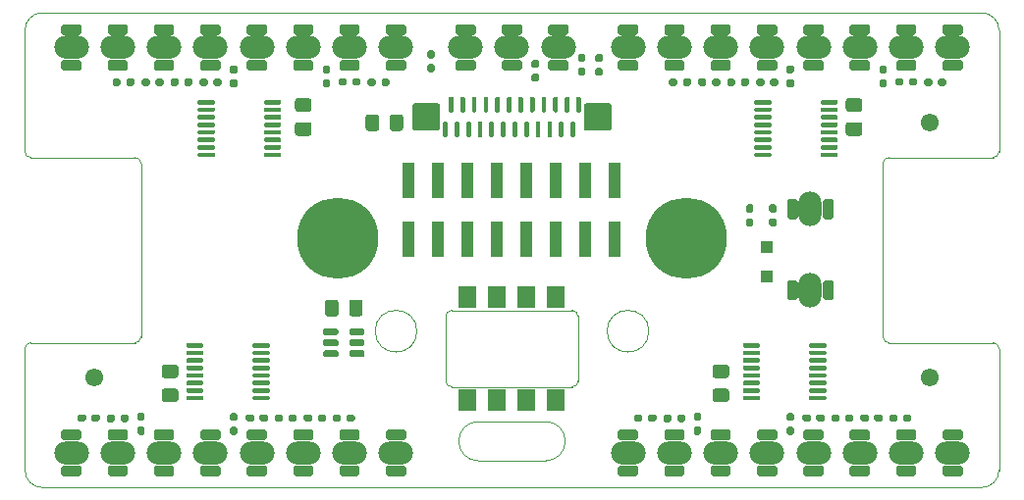
<source format=gts>
G04 #@! TF.GenerationSoftware,KiCad,Pcbnew,6.0.11+dfsg-1*
G04 #@! TF.ProjectId,project,70726f6a-6563-4742-9e6b-696361645f70,rev?*
G04 #@! TF.SameCoordinates,Original*
G04 #@! TF.FileFunction,Soldermask,Top*
G04 #@! TF.FilePolarity,Negative*
%FSLAX46Y46*%
G04 Gerber Fmt 4.6, Leading zero omitted, Abs format (unit mm)*
%MOMM*%
%LPD*%
G01*
G04 APERTURE LIST*
G04 #@! TA.AperFunction,Profile*
%ADD10C,0.100000*%
G04 #@! TD*
%ADD11R,1.500000X1.850000*%
%ADD12O,3.000000X2.000000*%
%ADD13C,1.552000*%
%ADD14R,1.000000X3.150000*%
%ADD15R,1.000000X1.000000*%
%ADD16C,7.000000*%
%ADD17C,5.000000*%
%ADD18O,2.000000X3.000000*%
G04 APERTURE END LIST*
D10*
X127762500Y-70537500D02*
G75*
G03*
X126262500Y-72037500I0J-1500000D01*
G01*
X171162500Y-109237500D02*
G75*
G03*
X171162500Y-105837500I3000J1700000D01*
G01*
X173462500Y-102837500D02*
X163062500Y-102837500D01*
X165362500Y-105837500D02*
G75*
G03*
X165362500Y-109237500I-3000J-1700000D01*
G01*
X210262500Y-72037500D02*
G75*
G03*
X208762500Y-70537500I-1500000J0D01*
G01*
X126262500Y-99537500D02*
X126262500Y-110037500D01*
X208262500Y-111537500D02*
X128262500Y-111537500D01*
X200262500Y-98537500D02*
X200262500Y-83537500D01*
X200762500Y-83037500D02*
X209762500Y-83037500D01*
X208762500Y-70537500D02*
X127762500Y-70537500D01*
X180062500Y-98037500D02*
G75*
G03*
X180062500Y-98037500I-1800000J0D01*
G01*
X162562500Y-102337500D02*
X162562500Y-96737500D01*
X173962500Y-96737500D02*
G75*
G03*
X173462500Y-96237500I-500000J0D01*
G01*
X209762500Y-99037500D02*
X200762500Y-99037500D01*
X163062500Y-96237500D02*
G75*
G03*
X162562500Y-96737500I0J-500000D01*
G01*
X160062500Y-98037500D02*
G75*
G03*
X160062500Y-98037500I-1800000J0D01*
G01*
X135762500Y-99037500D02*
G75*
G03*
X136262500Y-98537500I0J500000D01*
G01*
X173462500Y-102837500D02*
G75*
G03*
X173962500Y-102337500I0J500000D01*
G01*
X165362500Y-105837500D02*
X171162500Y-105837500D01*
X200262500Y-98537500D02*
G75*
G03*
X200762500Y-99037500I500000J0D01*
G01*
X135762500Y-99037500D02*
X126762500Y-99037500D01*
X126262500Y-110037500D02*
G75*
G03*
X127762500Y-111537500I1500000J0D01*
G01*
X210262500Y-82537500D02*
X210262500Y-72037500D01*
X126262500Y-82537500D02*
G75*
G03*
X126762500Y-83037500I500000J0D01*
G01*
X208762500Y-111537500D02*
X208262500Y-111537500D01*
X171162500Y-109237500D02*
X165362500Y-109237500D01*
X126762500Y-99037500D02*
G75*
G03*
X126262500Y-99537500I0J-500000D01*
G01*
X200762500Y-83037500D02*
G75*
G03*
X200262500Y-83537500I0J-500000D01*
G01*
X173962500Y-96737500D02*
X173962500Y-102337500D01*
X208762500Y-111537500D02*
G75*
G03*
X210262500Y-110037500I0J1500000D01*
G01*
X136262500Y-83537500D02*
X136262500Y-98537500D01*
X126262500Y-72037500D02*
X126262500Y-82537500D01*
X209762500Y-83037500D02*
G75*
G03*
X210262500Y-82537500I0J500000D01*
G01*
X136262500Y-83537500D02*
G75*
G03*
X135762500Y-83037500I-500000J0D01*
G01*
X210262500Y-99537500D02*
X210262500Y-110037500D01*
X163062500Y-96237500D02*
X173462500Y-96237500D01*
X127762500Y-111537500D02*
X128262500Y-111537500D01*
X126762500Y-83037500D02*
X135762500Y-83037500D01*
X162562500Y-102337500D02*
G75*
G03*
X163062500Y-102837500I500000J0D01*
G01*
X210262500Y-99537500D02*
G75*
G03*
X209762500Y-99037500I-500000J0D01*
G01*
D11*
X172072500Y-95092500D03*
X169532500Y-95092500D03*
X166992500Y-95092500D03*
X164452500Y-95092500D03*
X164452500Y-103982500D03*
X166992500Y-103982500D03*
X169532500Y-103982500D03*
X172072500Y-103982500D03*
D12*
X186262500Y-73537500D03*
G36*
G01*
X185577500Y-71512500D02*
X186947500Y-71512500D01*
G75*
G02*
X187137500Y-71702500I0J-190000D01*
G01*
X187137500Y-72272500D01*
G75*
G02*
X186947500Y-72462500I-190000J0D01*
G01*
X185577500Y-72462500D01*
G75*
G02*
X185387500Y-72272500I0J190000D01*
G01*
X185387500Y-71702500D01*
G75*
G02*
X185577500Y-71512500I190000J0D01*
G01*
G37*
G36*
G01*
X185577500Y-74612500D02*
X186947500Y-74612500D01*
G75*
G02*
X187137500Y-74802500I0J-190000D01*
G01*
X187137500Y-75372500D01*
G75*
G02*
X186947500Y-75562500I-190000J0D01*
G01*
X185577500Y-75562500D01*
G75*
G02*
X185387500Y-75372500I0J190000D01*
G01*
X185387500Y-74802500D01*
G75*
G02*
X185577500Y-74612500I190000J0D01*
G01*
G37*
X154262500Y-73537500D03*
G36*
G01*
X153577500Y-71512500D02*
X154947500Y-71512500D01*
G75*
G02*
X155137500Y-71702500I0J-190000D01*
G01*
X155137500Y-72272500D01*
G75*
G02*
X154947500Y-72462500I-190000J0D01*
G01*
X153577500Y-72462500D01*
G75*
G02*
X153387500Y-72272500I0J190000D01*
G01*
X153387500Y-71702500D01*
G75*
G02*
X153577500Y-71512500I190000J0D01*
G01*
G37*
G36*
G01*
X153577500Y-74612500D02*
X154947500Y-74612500D01*
G75*
G02*
X155137500Y-74802500I0J-190000D01*
G01*
X155137500Y-75372500D01*
G75*
G02*
X154947500Y-75562500I-190000J0D01*
G01*
X153577500Y-75562500D01*
G75*
G02*
X153387500Y-75372500I0J190000D01*
G01*
X153387500Y-74802500D01*
G75*
G02*
X153577500Y-74612500I190000J0D01*
G01*
G37*
D13*
X204262500Y-102037500D03*
G36*
G01*
X197287500Y-77912500D02*
X198237500Y-77912500D01*
G75*
G02*
X198487500Y-78162500I0J-250000D01*
G01*
X198487500Y-78837500D01*
G75*
G02*
X198237500Y-79087500I-250000J0D01*
G01*
X197287500Y-79087500D01*
G75*
G02*
X197037500Y-78837500I0J250000D01*
G01*
X197037500Y-78162500D01*
G75*
G02*
X197287500Y-77912500I250000J0D01*
G01*
G37*
G36*
G01*
X197287500Y-79987500D02*
X198237500Y-79987500D01*
G75*
G02*
X198487500Y-80237500I0J-250000D01*
G01*
X198487500Y-80912500D01*
G75*
G02*
X198237500Y-81162500I-250000J0D01*
G01*
X197287500Y-81162500D01*
G75*
G02*
X197037500Y-80912500I0J250000D01*
G01*
X197037500Y-80237500D01*
G75*
G02*
X197287500Y-79987500I250000J0D01*
G01*
G37*
D12*
X142262500Y-108537500D03*
G36*
G01*
X142947500Y-110562500D02*
X141577500Y-110562500D01*
G75*
G02*
X141387500Y-110372500I0J190000D01*
G01*
X141387500Y-109802500D01*
G75*
G02*
X141577500Y-109612500I190000J0D01*
G01*
X142947500Y-109612500D01*
G75*
G02*
X143137500Y-109802500I0J-190000D01*
G01*
X143137500Y-110372500D01*
G75*
G02*
X142947500Y-110562500I-190000J0D01*
G01*
G37*
G36*
G01*
X142947500Y-107462500D02*
X141577500Y-107462500D01*
G75*
G02*
X141387500Y-107272500I0J190000D01*
G01*
X141387500Y-106702500D01*
G75*
G02*
X141577500Y-106512500I190000J0D01*
G01*
X142947500Y-106512500D01*
G75*
G02*
X143137500Y-106702500I0J-190000D01*
G01*
X143137500Y-107272500D01*
G75*
G02*
X142947500Y-107462500I-190000J0D01*
G01*
G37*
X194262500Y-73537500D03*
G36*
G01*
X193577500Y-71512500D02*
X194947500Y-71512500D01*
G75*
G02*
X195137500Y-71702500I0J-190000D01*
G01*
X195137500Y-72272500D01*
G75*
G02*
X194947500Y-72462500I-190000J0D01*
G01*
X193577500Y-72462500D01*
G75*
G02*
X193387500Y-72272500I0J190000D01*
G01*
X193387500Y-71702500D01*
G75*
G02*
X193577500Y-71512500I190000J0D01*
G01*
G37*
G36*
G01*
X193577500Y-74612500D02*
X194947500Y-74612500D01*
G75*
G02*
X195137500Y-74802500I0J-190000D01*
G01*
X195137500Y-75372500D01*
G75*
G02*
X194947500Y-75562500I-190000J0D01*
G01*
X193577500Y-75562500D01*
G75*
G02*
X193387500Y-75372500I0J190000D01*
G01*
X193387500Y-74802500D01*
G75*
G02*
X193577500Y-74612500I190000J0D01*
G01*
G37*
G36*
G01*
X152217500Y-105377500D02*
X152217500Y-105697500D01*
G75*
G02*
X152057500Y-105857500I-160000J0D01*
G01*
X151662500Y-105857500D01*
G75*
G02*
X151502500Y-105697500I0J160000D01*
G01*
X151502500Y-105377500D01*
G75*
G02*
X151662500Y-105217500I160000J0D01*
G01*
X152057500Y-105217500D01*
G75*
G02*
X152217500Y-105377500I0J-160000D01*
G01*
G37*
G36*
G01*
X151022500Y-105377500D02*
X151022500Y-105697500D01*
G75*
G02*
X150862500Y-105857500I-160000J0D01*
G01*
X150467500Y-105857500D01*
G75*
G02*
X150307500Y-105697500I0J160000D01*
G01*
X150307500Y-105377500D01*
G75*
G02*
X150467500Y-105217500I160000J0D01*
G01*
X150862500Y-105217500D01*
G75*
G02*
X151022500Y-105377500I0J-160000D01*
G01*
G37*
X138262500Y-108537500D03*
G36*
G01*
X138947500Y-110562500D02*
X137577500Y-110562500D01*
G75*
G02*
X137387500Y-110372500I0J190000D01*
G01*
X137387500Y-109802500D01*
G75*
G02*
X137577500Y-109612500I190000J0D01*
G01*
X138947500Y-109612500D01*
G75*
G02*
X139137500Y-109802500I0J-190000D01*
G01*
X139137500Y-110372500D01*
G75*
G02*
X138947500Y-110562500I-190000J0D01*
G01*
G37*
G36*
G01*
X138947500Y-107462500D02*
X137577500Y-107462500D01*
G75*
G02*
X137387500Y-107272500I0J190000D01*
G01*
X137387500Y-106702500D01*
G75*
G02*
X137577500Y-106512500I190000J0D01*
G01*
X138947500Y-106512500D01*
G75*
G02*
X139137500Y-106702500I0J-190000D01*
G01*
X139137500Y-107272500D01*
G75*
G02*
X138947500Y-107462500I-190000J0D01*
G01*
G37*
X158262500Y-108537500D03*
G36*
G01*
X158947500Y-110562500D02*
X157577500Y-110562500D01*
G75*
G02*
X157387500Y-110372500I0J190000D01*
G01*
X157387500Y-109802500D01*
G75*
G02*
X157577500Y-109612500I190000J0D01*
G01*
X158947500Y-109612500D01*
G75*
G02*
X159137500Y-109802500I0J-190000D01*
G01*
X159137500Y-110372500D01*
G75*
G02*
X158947500Y-110562500I-190000J0D01*
G01*
G37*
G36*
G01*
X158947500Y-107462500D02*
X157577500Y-107462500D01*
G75*
G02*
X157387500Y-107272500I0J190000D01*
G01*
X157387500Y-106702500D01*
G75*
G02*
X157577500Y-106512500I190000J0D01*
G01*
X158947500Y-106512500D01*
G75*
G02*
X159137500Y-106702500I0J-190000D01*
G01*
X159137500Y-107272500D01*
G75*
G02*
X158947500Y-107462500I-190000J0D01*
G01*
G37*
G36*
G01*
X136307500Y-76697500D02*
X136307500Y-76377500D01*
G75*
G02*
X136467500Y-76217500I160000J0D01*
G01*
X136862500Y-76217500D01*
G75*
G02*
X137022500Y-76377500I0J-160000D01*
G01*
X137022500Y-76697500D01*
G75*
G02*
X136862500Y-76857500I-160000J0D01*
G01*
X136467500Y-76857500D01*
G75*
G02*
X136307500Y-76697500I0J160000D01*
G01*
G37*
G36*
G01*
X137502500Y-76697500D02*
X137502500Y-76377500D01*
G75*
G02*
X137662500Y-76217500I160000J0D01*
G01*
X138057500Y-76217500D01*
G75*
G02*
X138217500Y-76377500I0J-160000D01*
G01*
X138217500Y-76697500D01*
G75*
G02*
X138057500Y-76857500I-160000J0D01*
G01*
X137662500Y-76857500D01*
G75*
G02*
X137502500Y-76697500I0J160000D01*
G01*
G37*
G36*
G01*
X133807500Y-76697500D02*
X133807500Y-76377500D01*
G75*
G02*
X133967500Y-76217500I160000J0D01*
G01*
X134362500Y-76217500D01*
G75*
G02*
X134522500Y-76377500I0J-160000D01*
G01*
X134522500Y-76697500D01*
G75*
G02*
X134362500Y-76857500I-160000J0D01*
G01*
X133967500Y-76857500D01*
G75*
G02*
X133807500Y-76697500I0J160000D01*
G01*
G37*
G36*
G01*
X135002500Y-76697500D02*
X135002500Y-76377500D01*
G75*
G02*
X135162500Y-76217500I160000J0D01*
G01*
X135557500Y-76217500D01*
G75*
G02*
X135717500Y-76377500I0J-160000D01*
G01*
X135717500Y-76697500D01*
G75*
G02*
X135557500Y-76857500I-160000J0D01*
G01*
X135162500Y-76857500D01*
G75*
G02*
X135002500Y-76697500I0J160000D01*
G01*
G37*
G36*
G01*
X184307500Y-76697500D02*
X184307500Y-76377500D01*
G75*
G02*
X184467500Y-76217500I160000J0D01*
G01*
X184862500Y-76217500D01*
G75*
G02*
X185022500Y-76377500I0J-160000D01*
G01*
X185022500Y-76697500D01*
G75*
G02*
X184862500Y-76857500I-160000J0D01*
G01*
X184467500Y-76857500D01*
G75*
G02*
X184307500Y-76697500I0J160000D01*
G01*
G37*
G36*
G01*
X185502500Y-76697500D02*
X185502500Y-76377500D01*
G75*
G02*
X185662500Y-76217500I160000J0D01*
G01*
X186057500Y-76217500D01*
G75*
G02*
X186217500Y-76377500I0J-160000D01*
G01*
X186217500Y-76697500D01*
G75*
G02*
X186057500Y-76857500I-160000J0D01*
G01*
X185662500Y-76857500D01*
G75*
G02*
X185502500Y-76697500I0J160000D01*
G01*
G37*
G36*
G01*
X155562500Y-99837500D02*
X155562500Y-100137500D01*
G75*
G02*
X155412500Y-100287500I-150000J0D01*
G01*
X154387500Y-100287500D01*
G75*
G02*
X154237500Y-100137500I0J150000D01*
G01*
X154237500Y-99837500D01*
G75*
G02*
X154387500Y-99687500I150000J0D01*
G01*
X155412500Y-99687500D01*
G75*
G02*
X155562500Y-99837500I0J-150000D01*
G01*
G37*
G36*
G01*
X155562500Y-98887500D02*
X155562500Y-99187500D01*
G75*
G02*
X155412500Y-99337500I-150000J0D01*
G01*
X154387500Y-99337500D01*
G75*
G02*
X154237500Y-99187500I0J150000D01*
G01*
X154237500Y-98887500D01*
G75*
G02*
X154387500Y-98737500I150000J0D01*
G01*
X155412500Y-98737500D01*
G75*
G02*
X155562500Y-98887500I0J-150000D01*
G01*
G37*
G36*
G01*
X155562500Y-97937500D02*
X155562500Y-98237500D01*
G75*
G02*
X155412500Y-98387500I-150000J0D01*
G01*
X154387500Y-98387500D01*
G75*
G02*
X154237500Y-98237500I0J150000D01*
G01*
X154237500Y-97937500D01*
G75*
G02*
X154387500Y-97787500I150000J0D01*
G01*
X155412500Y-97787500D01*
G75*
G02*
X155562500Y-97937500I0J-150000D01*
G01*
G37*
G36*
G01*
X153287500Y-97937500D02*
X153287500Y-98237500D01*
G75*
G02*
X153137500Y-98387500I-150000J0D01*
G01*
X152112500Y-98387500D01*
G75*
G02*
X151962500Y-98237500I0J150000D01*
G01*
X151962500Y-97937500D01*
G75*
G02*
X152112500Y-97787500I150000J0D01*
G01*
X153137500Y-97787500D01*
G75*
G02*
X153287500Y-97937500I0J-150000D01*
G01*
G37*
G36*
G01*
X153287500Y-98887500D02*
X153287500Y-99187500D01*
G75*
G02*
X153137500Y-99337500I-150000J0D01*
G01*
X152112500Y-99337500D01*
G75*
G02*
X151962500Y-99187500I0J150000D01*
G01*
X151962500Y-98887500D01*
G75*
G02*
X152112500Y-98737500I150000J0D01*
G01*
X153137500Y-98737500D01*
G75*
G02*
X153287500Y-98887500I0J-150000D01*
G01*
G37*
G36*
G01*
X153287500Y-99837500D02*
X153287500Y-100137500D01*
G75*
G02*
X153137500Y-100287500I-150000J0D01*
G01*
X152112500Y-100287500D01*
G75*
G02*
X151962500Y-100137500I0J150000D01*
G01*
X151962500Y-99837500D01*
G75*
G02*
X152112500Y-99687500I150000J0D01*
G01*
X153137500Y-99687500D01*
G75*
G02*
X153287500Y-99837500I0J-150000D01*
G01*
G37*
G36*
G01*
X190602500Y-87082500D02*
X190922500Y-87082500D01*
G75*
G02*
X191082500Y-87242500I0J-160000D01*
G01*
X191082500Y-87637500D01*
G75*
G02*
X190922500Y-87797500I-160000J0D01*
G01*
X190602500Y-87797500D01*
G75*
G02*
X190442500Y-87637500I0J160000D01*
G01*
X190442500Y-87242500D01*
G75*
G02*
X190602500Y-87082500I160000J0D01*
G01*
G37*
G36*
G01*
X190602500Y-88277500D02*
X190922500Y-88277500D01*
G75*
G02*
X191082500Y-88437500I0J-160000D01*
G01*
X191082500Y-88832500D01*
G75*
G02*
X190922500Y-88992500I-160000J0D01*
G01*
X190602500Y-88992500D01*
G75*
G02*
X190442500Y-88832500I0J160000D01*
G01*
X190442500Y-88437500D01*
G75*
G02*
X190602500Y-88277500I160000J0D01*
G01*
G37*
X182262500Y-108537500D03*
G36*
G01*
X182947500Y-110562500D02*
X181577500Y-110562500D01*
G75*
G02*
X181387500Y-110372500I0J190000D01*
G01*
X181387500Y-109802500D01*
G75*
G02*
X181577500Y-109612500I190000J0D01*
G01*
X182947500Y-109612500D01*
G75*
G02*
X183137500Y-109802500I0J-190000D01*
G01*
X183137500Y-110372500D01*
G75*
G02*
X182947500Y-110562500I-190000J0D01*
G01*
G37*
G36*
G01*
X182947500Y-107462500D02*
X181577500Y-107462500D01*
G75*
G02*
X181387500Y-107272500I0J190000D01*
G01*
X181387500Y-106702500D01*
G75*
G02*
X181577500Y-106512500I190000J0D01*
G01*
X182947500Y-106512500D01*
G75*
G02*
X183137500Y-106702500I0J-190000D01*
G01*
X183137500Y-107272500D01*
G75*
G02*
X182947500Y-107462500I-190000J0D01*
G01*
G37*
X202262500Y-108537500D03*
G36*
G01*
X202947500Y-110562500D02*
X201577500Y-110562500D01*
G75*
G02*
X201387500Y-110372500I0J190000D01*
G01*
X201387500Y-109802500D01*
G75*
G02*
X201577500Y-109612500I190000J0D01*
G01*
X202947500Y-109612500D01*
G75*
G02*
X203137500Y-109802500I0J-190000D01*
G01*
X203137500Y-110372500D01*
G75*
G02*
X202947500Y-110562500I-190000J0D01*
G01*
G37*
G36*
G01*
X202947500Y-107462500D02*
X201577500Y-107462500D01*
G75*
G02*
X201387500Y-107272500I0J190000D01*
G01*
X201387500Y-106702500D01*
G75*
G02*
X201577500Y-106512500I190000J0D01*
G01*
X202947500Y-106512500D01*
G75*
G02*
X203137500Y-106702500I0J-190000D01*
G01*
X203137500Y-107272500D01*
G75*
G02*
X202947500Y-107462500I-190000J0D01*
G01*
G37*
X178262500Y-73537500D03*
G36*
G01*
X177577500Y-71512500D02*
X178947500Y-71512500D01*
G75*
G02*
X179137500Y-71702500I0J-190000D01*
G01*
X179137500Y-72272500D01*
G75*
G02*
X178947500Y-72462500I-190000J0D01*
G01*
X177577500Y-72462500D01*
G75*
G02*
X177387500Y-72272500I0J190000D01*
G01*
X177387500Y-71702500D01*
G75*
G02*
X177577500Y-71512500I190000J0D01*
G01*
G37*
G36*
G01*
X177577500Y-74612500D02*
X178947500Y-74612500D01*
G75*
G02*
X179137500Y-74802500I0J-190000D01*
G01*
X179137500Y-75372500D01*
G75*
G02*
X178947500Y-75562500I-190000J0D01*
G01*
X177577500Y-75562500D01*
G75*
G02*
X177387500Y-75372500I0J190000D01*
G01*
X177387500Y-74802500D01*
G75*
G02*
X177577500Y-74612500I190000J0D01*
G01*
G37*
G36*
G01*
X181807500Y-76697500D02*
X181807500Y-76377500D01*
G75*
G02*
X181967500Y-76217500I160000J0D01*
G01*
X182362500Y-76217500D01*
G75*
G02*
X182522500Y-76377500I0J-160000D01*
G01*
X182522500Y-76697500D01*
G75*
G02*
X182362500Y-76857500I-160000J0D01*
G01*
X181967500Y-76857500D01*
G75*
G02*
X181807500Y-76697500I0J160000D01*
G01*
G37*
G36*
G01*
X183002500Y-76697500D02*
X183002500Y-76377500D01*
G75*
G02*
X183162500Y-76217500I160000J0D01*
G01*
X183557500Y-76217500D01*
G75*
G02*
X183717500Y-76377500I0J-160000D01*
G01*
X183717500Y-76697500D01*
G75*
G02*
X183557500Y-76857500I-160000J0D01*
G01*
X183162500Y-76857500D01*
G75*
G02*
X183002500Y-76697500I0J160000D01*
G01*
G37*
X206262500Y-108537500D03*
G36*
G01*
X206947500Y-110562500D02*
X205577500Y-110562500D01*
G75*
G02*
X205387500Y-110372500I0J190000D01*
G01*
X205387500Y-109802500D01*
G75*
G02*
X205577500Y-109612500I190000J0D01*
G01*
X206947500Y-109612500D01*
G75*
G02*
X207137500Y-109802500I0J-190000D01*
G01*
X207137500Y-110372500D01*
G75*
G02*
X206947500Y-110562500I-190000J0D01*
G01*
G37*
G36*
G01*
X206947500Y-107462500D02*
X205577500Y-107462500D01*
G75*
G02*
X205387500Y-107272500I0J190000D01*
G01*
X205387500Y-106702500D01*
G75*
G02*
X205577500Y-106512500I190000J0D01*
G01*
X206947500Y-106512500D01*
G75*
G02*
X207137500Y-106702500I0J-190000D01*
G01*
X207137500Y-107272500D01*
G75*
G02*
X206947500Y-107462500I-190000J0D01*
G01*
G37*
G36*
G01*
X202717500Y-105377500D02*
X202717500Y-105697500D01*
G75*
G02*
X202557500Y-105857500I-160000J0D01*
G01*
X202162500Y-105857500D01*
G75*
G02*
X202002500Y-105697500I0J160000D01*
G01*
X202002500Y-105377500D01*
G75*
G02*
X202162500Y-105217500I160000J0D01*
G01*
X202557500Y-105217500D01*
G75*
G02*
X202717500Y-105377500I0J-160000D01*
G01*
G37*
G36*
G01*
X201522500Y-105377500D02*
X201522500Y-105697500D01*
G75*
G02*
X201362500Y-105857500I-160000J0D01*
G01*
X200967500Y-105857500D01*
G75*
G02*
X200807500Y-105697500I0J160000D01*
G01*
X200807500Y-105377500D01*
G75*
G02*
X200967500Y-105217500I160000J0D01*
G01*
X201362500Y-105217500D01*
G75*
G02*
X201522500Y-105377500I0J-160000D01*
G01*
G37*
X190262500Y-73537500D03*
G36*
G01*
X189577500Y-71512500D02*
X190947500Y-71512500D01*
G75*
G02*
X191137500Y-71702500I0J-190000D01*
G01*
X191137500Y-72272500D01*
G75*
G02*
X190947500Y-72462500I-190000J0D01*
G01*
X189577500Y-72462500D01*
G75*
G02*
X189387500Y-72272500I0J190000D01*
G01*
X189387500Y-71702500D01*
G75*
G02*
X189577500Y-71512500I190000J0D01*
G01*
G37*
G36*
G01*
X189577500Y-74612500D02*
X190947500Y-74612500D01*
G75*
G02*
X191137500Y-74802500I0J-190000D01*
G01*
X191137500Y-75372500D01*
G75*
G02*
X190947500Y-75562500I-190000J0D01*
G01*
X189577500Y-75562500D01*
G75*
G02*
X189387500Y-75372500I0J190000D01*
G01*
X189387500Y-74802500D01*
G75*
G02*
X189577500Y-74612500I190000J0D01*
G01*
G37*
X150262500Y-73537500D03*
G36*
G01*
X149577500Y-71512500D02*
X150947500Y-71512500D01*
G75*
G02*
X151137500Y-71702500I0J-190000D01*
G01*
X151137500Y-72272500D01*
G75*
G02*
X150947500Y-72462500I-190000J0D01*
G01*
X149577500Y-72462500D01*
G75*
G02*
X149387500Y-72272500I0J190000D01*
G01*
X149387500Y-71702500D01*
G75*
G02*
X149577500Y-71512500I190000J0D01*
G01*
G37*
G36*
G01*
X149577500Y-74612500D02*
X150947500Y-74612500D01*
G75*
G02*
X151137500Y-74802500I0J-190000D01*
G01*
X151137500Y-75372500D01*
G75*
G02*
X150947500Y-75562500I-190000J0D01*
G01*
X149577500Y-75562500D01*
G75*
G02*
X149387500Y-75372500I0J190000D01*
G01*
X149387500Y-74802500D01*
G75*
G02*
X149577500Y-74612500I190000J0D01*
G01*
G37*
G36*
G01*
X149787500Y-77912500D02*
X150737500Y-77912500D01*
G75*
G02*
X150987500Y-78162500I0J-250000D01*
G01*
X150987500Y-78837500D01*
G75*
G02*
X150737500Y-79087500I-250000J0D01*
G01*
X149787500Y-79087500D01*
G75*
G02*
X149537500Y-78837500I0J250000D01*
G01*
X149537500Y-78162500D01*
G75*
G02*
X149787500Y-77912500I250000J0D01*
G01*
G37*
G36*
G01*
X149787500Y-79987500D02*
X150737500Y-79987500D01*
G75*
G02*
X150987500Y-80237500I0J-250000D01*
G01*
X150987500Y-80912500D01*
G75*
G02*
X150737500Y-81162500I-250000J0D01*
G01*
X149787500Y-81162500D01*
G75*
G02*
X149537500Y-80912500I0J250000D01*
G01*
X149537500Y-80237500D01*
G75*
G02*
X149787500Y-79987500I250000J0D01*
G01*
G37*
G36*
G01*
X141162500Y-78362500D02*
X141162500Y-78162500D01*
G75*
G02*
X141262500Y-78062500I100000J0D01*
G01*
X142537500Y-78062500D01*
G75*
G02*
X142637500Y-78162500I0J-100000D01*
G01*
X142637500Y-78362500D01*
G75*
G02*
X142537500Y-78462500I-100000J0D01*
G01*
X141262500Y-78462500D01*
G75*
G02*
X141162500Y-78362500I0J100000D01*
G01*
G37*
G36*
G01*
X141162500Y-79012500D02*
X141162500Y-78812500D01*
G75*
G02*
X141262500Y-78712500I100000J0D01*
G01*
X142537500Y-78712500D01*
G75*
G02*
X142637500Y-78812500I0J-100000D01*
G01*
X142637500Y-79012500D01*
G75*
G02*
X142537500Y-79112500I-100000J0D01*
G01*
X141262500Y-79112500D01*
G75*
G02*
X141162500Y-79012500I0J100000D01*
G01*
G37*
G36*
G01*
X141162500Y-79662500D02*
X141162500Y-79462500D01*
G75*
G02*
X141262500Y-79362500I100000J0D01*
G01*
X142537500Y-79362500D01*
G75*
G02*
X142637500Y-79462500I0J-100000D01*
G01*
X142637500Y-79662500D01*
G75*
G02*
X142537500Y-79762500I-100000J0D01*
G01*
X141262500Y-79762500D01*
G75*
G02*
X141162500Y-79662500I0J100000D01*
G01*
G37*
G36*
G01*
X141162500Y-80312500D02*
X141162500Y-80112500D01*
G75*
G02*
X141262500Y-80012500I100000J0D01*
G01*
X142537500Y-80012500D01*
G75*
G02*
X142637500Y-80112500I0J-100000D01*
G01*
X142637500Y-80312500D01*
G75*
G02*
X142537500Y-80412500I-100000J0D01*
G01*
X141262500Y-80412500D01*
G75*
G02*
X141162500Y-80312500I0J100000D01*
G01*
G37*
G36*
G01*
X141162500Y-80962500D02*
X141162500Y-80762500D01*
G75*
G02*
X141262500Y-80662500I100000J0D01*
G01*
X142537500Y-80662500D01*
G75*
G02*
X142637500Y-80762500I0J-100000D01*
G01*
X142637500Y-80962500D01*
G75*
G02*
X142537500Y-81062500I-100000J0D01*
G01*
X141262500Y-81062500D01*
G75*
G02*
X141162500Y-80962500I0J100000D01*
G01*
G37*
G36*
G01*
X141162500Y-81612500D02*
X141162500Y-81412500D01*
G75*
G02*
X141262500Y-81312500I100000J0D01*
G01*
X142537500Y-81312500D01*
G75*
G02*
X142637500Y-81412500I0J-100000D01*
G01*
X142637500Y-81612500D01*
G75*
G02*
X142537500Y-81712500I-100000J0D01*
G01*
X141262500Y-81712500D01*
G75*
G02*
X141162500Y-81612500I0J100000D01*
G01*
G37*
G36*
G01*
X141162500Y-82262500D02*
X141162500Y-82062500D01*
G75*
G02*
X141262500Y-81962500I100000J0D01*
G01*
X142537500Y-81962500D01*
G75*
G02*
X142637500Y-82062500I0J-100000D01*
G01*
X142637500Y-82262500D01*
G75*
G02*
X142537500Y-82362500I-100000J0D01*
G01*
X141262500Y-82362500D01*
G75*
G02*
X141162500Y-82262500I0J100000D01*
G01*
G37*
G36*
G01*
X141162500Y-82912500D02*
X141162500Y-82712500D01*
G75*
G02*
X141262500Y-82612500I100000J0D01*
G01*
X142537500Y-82612500D01*
G75*
G02*
X142637500Y-82712500I0J-100000D01*
G01*
X142637500Y-82912500D01*
G75*
G02*
X142537500Y-83012500I-100000J0D01*
G01*
X141262500Y-83012500D01*
G75*
G02*
X141162500Y-82912500I0J100000D01*
G01*
G37*
G36*
G01*
X146887500Y-82912500D02*
X146887500Y-82712500D01*
G75*
G02*
X146987500Y-82612500I100000J0D01*
G01*
X148262500Y-82612500D01*
G75*
G02*
X148362500Y-82712500I0J-100000D01*
G01*
X148362500Y-82912500D01*
G75*
G02*
X148262500Y-83012500I-100000J0D01*
G01*
X146987500Y-83012500D01*
G75*
G02*
X146887500Y-82912500I0J100000D01*
G01*
G37*
G36*
G01*
X146887500Y-82262500D02*
X146887500Y-82062500D01*
G75*
G02*
X146987500Y-81962500I100000J0D01*
G01*
X148262500Y-81962500D01*
G75*
G02*
X148362500Y-82062500I0J-100000D01*
G01*
X148362500Y-82262500D01*
G75*
G02*
X148262500Y-82362500I-100000J0D01*
G01*
X146987500Y-82362500D01*
G75*
G02*
X146887500Y-82262500I0J100000D01*
G01*
G37*
G36*
G01*
X146887500Y-81612500D02*
X146887500Y-81412500D01*
G75*
G02*
X146987500Y-81312500I100000J0D01*
G01*
X148262500Y-81312500D01*
G75*
G02*
X148362500Y-81412500I0J-100000D01*
G01*
X148362500Y-81612500D01*
G75*
G02*
X148262500Y-81712500I-100000J0D01*
G01*
X146987500Y-81712500D01*
G75*
G02*
X146887500Y-81612500I0J100000D01*
G01*
G37*
G36*
G01*
X146887500Y-80962500D02*
X146887500Y-80762500D01*
G75*
G02*
X146987500Y-80662500I100000J0D01*
G01*
X148262500Y-80662500D01*
G75*
G02*
X148362500Y-80762500I0J-100000D01*
G01*
X148362500Y-80962500D01*
G75*
G02*
X148262500Y-81062500I-100000J0D01*
G01*
X146987500Y-81062500D01*
G75*
G02*
X146887500Y-80962500I0J100000D01*
G01*
G37*
G36*
G01*
X146887500Y-80312500D02*
X146887500Y-80112500D01*
G75*
G02*
X146987500Y-80012500I100000J0D01*
G01*
X148262500Y-80012500D01*
G75*
G02*
X148362500Y-80112500I0J-100000D01*
G01*
X148362500Y-80312500D01*
G75*
G02*
X148262500Y-80412500I-100000J0D01*
G01*
X146987500Y-80412500D01*
G75*
G02*
X146887500Y-80312500I0J100000D01*
G01*
G37*
G36*
G01*
X146887500Y-79662500D02*
X146887500Y-79462500D01*
G75*
G02*
X146987500Y-79362500I100000J0D01*
G01*
X148262500Y-79362500D01*
G75*
G02*
X148362500Y-79462500I0J-100000D01*
G01*
X148362500Y-79662500D01*
G75*
G02*
X148262500Y-79762500I-100000J0D01*
G01*
X146987500Y-79762500D01*
G75*
G02*
X146887500Y-79662500I0J100000D01*
G01*
G37*
G36*
G01*
X146887500Y-79012500D02*
X146887500Y-78812500D01*
G75*
G02*
X146987500Y-78712500I100000J0D01*
G01*
X148262500Y-78712500D01*
G75*
G02*
X148362500Y-78812500I0J-100000D01*
G01*
X148362500Y-79012500D01*
G75*
G02*
X148262500Y-79112500I-100000J0D01*
G01*
X146987500Y-79112500D01*
G75*
G02*
X146887500Y-79012500I0J100000D01*
G01*
G37*
G36*
G01*
X146887500Y-78362500D02*
X146887500Y-78162500D01*
G75*
G02*
X146987500Y-78062500I100000J0D01*
G01*
X148262500Y-78062500D01*
G75*
G02*
X148362500Y-78162500I0J-100000D01*
G01*
X148362500Y-78362500D01*
G75*
G02*
X148262500Y-78462500I-100000J0D01*
G01*
X146987500Y-78462500D01*
G75*
G02*
X146887500Y-78362500I0J100000D01*
G01*
G37*
G36*
G01*
X141307500Y-76697500D02*
X141307500Y-76377500D01*
G75*
G02*
X141467500Y-76217500I160000J0D01*
G01*
X141862500Y-76217500D01*
G75*
G02*
X142022500Y-76377500I0J-160000D01*
G01*
X142022500Y-76697500D01*
G75*
G02*
X141862500Y-76857500I-160000J0D01*
G01*
X141467500Y-76857500D01*
G75*
G02*
X141307500Y-76697500I0J160000D01*
G01*
G37*
G36*
G01*
X142502500Y-76697500D02*
X142502500Y-76377500D01*
G75*
G02*
X142662500Y-76217500I160000J0D01*
G01*
X143057500Y-76217500D01*
G75*
G02*
X143217500Y-76377500I0J-160000D01*
G01*
X143217500Y-76697500D01*
G75*
G02*
X143057500Y-76857500I-160000J0D01*
G01*
X142662500Y-76857500D01*
G75*
G02*
X142502500Y-76697500I0J160000D01*
G01*
G37*
X142262500Y-73537500D03*
G36*
G01*
X141577500Y-71512500D02*
X142947500Y-71512500D01*
G75*
G02*
X143137500Y-71702500I0J-190000D01*
G01*
X143137500Y-72272500D01*
G75*
G02*
X142947500Y-72462500I-190000J0D01*
G01*
X141577500Y-72462500D01*
G75*
G02*
X141387500Y-72272500I0J190000D01*
G01*
X141387500Y-71702500D01*
G75*
G02*
X141577500Y-71512500I190000J0D01*
G01*
G37*
G36*
G01*
X141577500Y-74612500D02*
X142947500Y-74612500D01*
G75*
G02*
X143137500Y-74802500I0J-190000D01*
G01*
X143137500Y-75372500D01*
G75*
G02*
X142947500Y-75562500I-190000J0D01*
G01*
X141577500Y-75562500D01*
G75*
G02*
X141387500Y-75372500I0J190000D01*
G01*
X141387500Y-74802500D01*
G75*
G02*
X141577500Y-74612500I190000J0D01*
G01*
G37*
X198262500Y-108537500D03*
G36*
G01*
X198947500Y-110562500D02*
X197577500Y-110562500D01*
G75*
G02*
X197387500Y-110372500I0J190000D01*
G01*
X197387500Y-109802500D01*
G75*
G02*
X197577500Y-109612500I190000J0D01*
G01*
X198947500Y-109612500D01*
G75*
G02*
X199137500Y-109802500I0J-190000D01*
G01*
X199137500Y-110372500D01*
G75*
G02*
X198947500Y-110562500I-190000J0D01*
G01*
G37*
G36*
G01*
X198947500Y-107462500D02*
X197577500Y-107462500D01*
G75*
G02*
X197387500Y-107272500I0J190000D01*
G01*
X197387500Y-106702500D01*
G75*
G02*
X197577500Y-106512500I190000J0D01*
G01*
X198947500Y-106512500D01*
G75*
G02*
X199137500Y-106702500I0J-190000D01*
G01*
X199137500Y-107272500D01*
G75*
G02*
X198947500Y-107462500I-190000J0D01*
G01*
G37*
G36*
G01*
X197717500Y-105377500D02*
X197717500Y-105697500D01*
G75*
G02*
X197557500Y-105857500I-160000J0D01*
G01*
X197162500Y-105857500D01*
G75*
G02*
X197002500Y-105697500I0J160000D01*
G01*
X197002500Y-105377500D01*
G75*
G02*
X197162500Y-105217500I160000J0D01*
G01*
X197557500Y-105217500D01*
G75*
G02*
X197717500Y-105377500I0J-160000D01*
G01*
G37*
G36*
G01*
X196522500Y-105377500D02*
X196522500Y-105697500D01*
G75*
G02*
X196362500Y-105857500I-160000J0D01*
G01*
X195967500Y-105857500D01*
G75*
G02*
X195807500Y-105697500I0J160000D01*
G01*
X195807500Y-105377500D01*
G75*
G02*
X195967500Y-105217500I160000J0D01*
G01*
X196362500Y-105217500D01*
G75*
G02*
X196522500Y-105377500I0J-160000D01*
G01*
G37*
G36*
G01*
X130807500Y-105697500D02*
X130807500Y-105377500D01*
G75*
G02*
X130967500Y-105217500I160000J0D01*
G01*
X131362500Y-105217500D01*
G75*
G02*
X131522500Y-105377500I0J-160000D01*
G01*
X131522500Y-105697500D01*
G75*
G02*
X131362500Y-105857500I-160000J0D01*
G01*
X130967500Y-105857500D01*
G75*
G02*
X130807500Y-105697500I0J160000D01*
G01*
G37*
G36*
G01*
X132002500Y-105697500D02*
X132002500Y-105377500D01*
G75*
G02*
X132162500Y-105217500I160000J0D01*
G01*
X132557500Y-105217500D01*
G75*
G02*
X132717500Y-105377500I0J-160000D01*
G01*
X132717500Y-105697500D01*
G75*
G02*
X132557500Y-105857500I-160000J0D01*
G01*
X132162500Y-105857500D01*
G75*
G02*
X132002500Y-105697500I0J160000D01*
G01*
G37*
X178262500Y-108537500D03*
G36*
G01*
X178947500Y-110562500D02*
X177577500Y-110562500D01*
G75*
G02*
X177387500Y-110372500I0J190000D01*
G01*
X177387500Y-109802500D01*
G75*
G02*
X177577500Y-109612500I190000J0D01*
G01*
X178947500Y-109612500D01*
G75*
G02*
X179137500Y-109802500I0J-190000D01*
G01*
X179137500Y-110372500D01*
G75*
G02*
X178947500Y-110562500I-190000J0D01*
G01*
G37*
G36*
G01*
X178947500Y-107462500D02*
X177577500Y-107462500D01*
G75*
G02*
X177387500Y-107272500I0J190000D01*
G01*
X177387500Y-106702500D01*
G75*
G02*
X177577500Y-106512500I190000J0D01*
G01*
X178947500Y-106512500D01*
G75*
G02*
X179137500Y-106702500I0J-190000D01*
G01*
X179137500Y-107272500D01*
G75*
G02*
X178947500Y-107462500I-190000J0D01*
G01*
G37*
G36*
G01*
X192422500Y-106992500D02*
X192102500Y-106992500D01*
G75*
G02*
X191942500Y-106832500I0J160000D01*
G01*
X191942500Y-106437500D01*
G75*
G02*
X192102500Y-106277500I160000J0D01*
G01*
X192422500Y-106277500D01*
G75*
G02*
X192582500Y-106437500I0J-160000D01*
G01*
X192582500Y-106832500D01*
G75*
G02*
X192422500Y-106992500I-160000J0D01*
G01*
G37*
G36*
G01*
X192422500Y-105797500D02*
X192102500Y-105797500D01*
G75*
G02*
X191942500Y-105637500I0J160000D01*
G01*
X191942500Y-105242500D01*
G75*
G02*
X192102500Y-105082500I160000J0D01*
G01*
X192422500Y-105082500D01*
G75*
G02*
X192582500Y-105242500I0J-160000D01*
G01*
X192582500Y-105637500D01*
G75*
G02*
X192422500Y-105797500I-160000J0D01*
G01*
G37*
D14*
X159372500Y-90062500D03*
X159372500Y-85012500D03*
X161912500Y-90062500D03*
X161912500Y-85012500D03*
X164452500Y-90062500D03*
X164452500Y-85012500D03*
X166992500Y-90062500D03*
X166992500Y-85012500D03*
X169532500Y-90062500D03*
X169532500Y-85012500D03*
X172072500Y-90062500D03*
X172072500Y-85012500D03*
X174612500Y-90062500D03*
X174612500Y-85012500D03*
X177152500Y-90062500D03*
X177152500Y-85012500D03*
G36*
G01*
X205717500Y-76377500D02*
X205717500Y-76697500D01*
G75*
G02*
X205557500Y-76857500I-160000J0D01*
G01*
X205162500Y-76857500D01*
G75*
G02*
X205002500Y-76697500I0J160000D01*
G01*
X205002500Y-76377500D01*
G75*
G02*
X205162500Y-76217500I160000J0D01*
G01*
X205557500Y-76217500D01*
G75*
G02*
X205717500Y-76377500I0J-160000D01*
G01*
G37*
G36*
G01*
X204522500Y-76377500D02*
X204522500Y-76697500D01*
G75*
G02*
X204362500Y-76857500I-160000J0D01*
G01*
X203967500Y-76857500D01*
G75*
G02*
X203807500Y-76697500I0J160000D01*
G01*
X203807500Y-76377500D01*
G75*
G02*
X203967500Y-76217500I160000J0D01*
G01*
X204362500Y-76217500D01*
G75*
G02*
X204522500Y-76377500I0J-160000D01*
G01*
G37*
G36*
G01*
X133307500Y-105727500D02*
X133307500Y-105407500D01*
G75*
G02*
X133467500Y-105247500I160000J0D01*
G01*
X133862500Y-105247500D01*
G75*
G02*
X134022500Y-105407500I0J-160000D01*
G01*
X134022500Y-105727500D01*
G75*
G02*
X133862500Y-105887500I-160000J0D01*
G01*
X133467500Y-105887500D01*
G75*
G02*
X133307500Y-105727500I0J160000D01*
G01*
G37*
G36*
G01*
X134502500Y-105727500D02*
X134502500Y-105407500D01*
G75*
G02*
X134662500Y-105247500I160000J0D01*
G01*
X135057500Y-105247500D01*
G75*
G02*
X135217500Y-105407500I0J-160000D01*
G01*
X135217500Y-105727500D01*
G75*
G02*
X135057500Y-105887500I-160000J0D01*
G01*
X134662500Y-105887500D01*
G75*
G02*
X134502500Y-105727500I0J160000D01*
G01*
G37*
G36*
G01*
X139237500Y-104162500D02*
X138287500Y-104162500D01*
G75*
G02*
X138037500Y-103912500I0J250000D01*
G01*
X138037500Y-103237500D01*
G75*
G02*
X138287500Y-102987500I250000J0D01*
G01*
X139237500Y-102987500D01*
G75*
G02*
X139487500Y-103237500I0J-250000D01*
G01*
X139487500Y-103912500D01*
G75*
G02*
X139237500Y-104162500I-250000J0D01*
G01*
G37*
G36*
G01*
X139237500Y-102087500D02*
X138287500Y-102087500D01*
G75*
G02*
X138037500Y-101837500I0J250000D01*
G01*
X138037500Y-101162500D01*
G75*
G02*
X138287500Y-100912500I250000J0D01*
G01*
X139237500Y-100912500D01*
G75*
G02*
X139487500Y-101162500I0J-250000D01*
G01*
X139487500Y-101837500D01*
G75*
G02*
X139237500Y-102087500I-250000J0D01*
G01*
G37*
D12*
X138262500Y-73537500D03*
G36*
G01*
X137577500Y-71512500D02*
X138947500Y-71512500D01*
G75*
G02*
X139137500Y-71702500I0J-190000D01*
G01*
X139137500Y-72272500D01*
G75*
G02*
X138947500Y-72462500I-190000J0D01*
G01*
X137577500Y-72462500D01*
G75*
G02*
X137387500Y-72272500I0J190000D01*
G01*
X137387500Y-71702500D01*
G75*
G02*
X137577500Y-71512500I190000J0D01*
G01*
G37*
G36*
G01*
X137577500Y-74612500D02*
X138947500Y-74612500D01*
G75*
G02*
X139137500Y-74802500I0J-190000D01*
G01*
X139137500Y-75372500D01*
G75*
G02*
X138947500Y-75562500I-190000J0D01*
G01*
X137577500Y-75562500D01*
G75*
G02*
X137387500Y-75372500I0J190000D01*
G01*
X137387500Y-74802500D01*
G75*
G02*
X137577500Y-74612500I190000J0D01*
G01*
G37*
D15*
X190262500Y-93287500D03*
X190262500Y-90787500D03*
G36*
G01*
X195362500Y-103712500D02*
X195362500Y-103912500D01*
G75*
G02*
X195262500Y-104012500I-100000J0D01*
G01*
X193987500Y-104012500D01*
G75*
G02*
X193887500Y-103912500I0J100000D01*
G01*
X193887500Y-103712500D01*
G75*
G02*
X193987500Y-103612500I100000J0D01*
G01*
X195262500Y-103612500D01*
G75*
G02*
X195362500Y-103712500I0J-100000D01*
G01*
G37*
G36*
G01*
X195362500Y-103062500D02*
X195362500Y-103262500D01*
G75*
G02*
X195262500Y-103362500I-100000J0D01*
G01*
X193987500Y-103362500D01*
G75*
G02*
X193887500Y-103262500I0J100000D01*
G01*
X193887500Y-103062500D01*
G75*
G02*
X193987500Y-102962500I100000J0D01*
G01*
X195262500Y-102962500D01*
G75*
G02*
X195362500Y-103062500I0J-100000D01*
G01*
G37*
G36*
G01*
X195362500Y-102412500D02*
X195362500Y-102612500D01*
G75*
G02*
X195262500Y-102712500I-100000J0D01*
G01*
X193987500Y-102712500D01*
G75*
G02*
X193887500Y-102612500I0J100000D01*
G01*
X193887500Y-102412500D01*
G75*
G02*
X193987500Y-102312500I100000J0D01*
G01*
X195262500Y-102312500D01*
G75*
G02*
X195362500Y-102412500I0J-100000D01*
G01*
G37*
G36*
G01*
X195362500Y-101762500D02*
X195362500Y-101962500D01*
G75*
G02*
X195262500Y-102062500I-100000J0D01*
G01*
X193987500Y-102062500D01*
G75*
G02*
X193887500Y-101962500I0J100000D01*
G01*
X193887500Y-101762500D01*
G75*
G02*
X193987500Y-101662500I100000J0D01*
G01*
X195262500Y-101662500D01*
G75*
G02*
X195362500Y-101762500I0J-100000D01*
G01*
G37*
G36*
G01*
X195362500Y-101112500D02*
X195362500Y-101312500D01*
G75*
G02*
X195262500Y-101412500I-100000J0D01*
G01*
X193987500Y-101412500D01*
G75*
G02*
X193887500Y-101312500I0J100000D01*
G01*
X193887500Y-101112500D01*
G75*
G02*
X193987500Y-101012500I100000J0D01*
G01*
X195262500Y-101012500D01*
G75*
G02*
X195362500Y-101112500I0J-100000D01*
G01*
G37*
G36*
G01*
X195362500Y-100462500D02*
X195362500Y-100662500D01*
G75*
G02*
X195262500Y-100762500I-100000J0D01*
G01*
X193987500Y-100762500D01*
G75*
G02*
X193887500Y-100662500I0J100000D01*
G01*
X193887500Y-100462500D01*
G75*
G02*
X193987500Y-100362500I100000J0D01*
G01*
X195262500Y-100362500D01*
G75*
G02*
X195362500Y-100462500I0J-100000D01*
G01*
G37*
G36*
G01*
X195362500Y-99812500D02*
X195362500Y-100012500D01*
G75*
G02*
X195262500Y-100112500I-100000J0D01*
G01*
X193987500Y-100112500D01*
G75*
G02*
X193887500Y-100012500I0J100000D01*
G01*
X193887500Y-99812500D01*
G75*
G02*
X193987500Y-99712500I100000J0D01*
G01*
X195262500Y-99712500D01*
G75*
G02*
X195362500Y-99812500I0J-100000D01*
G01*
G37*
G36*
G01*
X195362500Y-99162500D02*
X195362500Y-99362500D01*
G75*
G02*
X195262500Y-99462500I-100000J0D01*
G01*
X193987500Y-99462500D01*
G75*
G02*
X193887500Y-99362500I0J100000D01*
G01*
X193887500Y-99162500D01*
G75*
G02*
X193987500Y-99062500I100000J0D01*
G01*
X195262500Y-99062500D01*
G75*
G02*
X195362500Y-99162500I0J-100000D01*
G01*
G37*
G36*
G01*
X189637500Y-99162500D02*
X189637500Y-99362500D01*
G75*
G02*
X189537500Y-99462500I-100000J0D01*
G01*
X188262500Y-99462500D01*
G75*
G02*
X188162500Y-99362500I0J100000D01*
G01*
X188162500Y-99162500D01*
G75*
G02*
X188262500Y-99062500I100000J0D01*
G01*
X189537500Y-99062500D01*
G75*
G02*
X189637500Y-99162500I0J-100000D01*
G01*
G37*
G36*
G01*
X189637500Y-99812500D02*
X189637500Y-100012500D01*
G75*
G02*
X189537500Y-100112500I-100000J0D01*
G01*
X188262500Y-100112500D01*
G75*
G02*
X188162500Y-100012500I0J100000D01*
G01*
X188162500Y-99812500D01*
G75*
G02*
X188262500Y-99712500I100000J0D01*
G01*
X189537500Y-99712500D01*
G75*
G02*
X189637500Y-99812500I0J-100000D01*
G01*
G37*
G36*
G01*
X189637500Y-100462500D02*
X189637500Y-100662500D01*
G75*
G02*
X189537500Y-100762500I-100000J0D01*
G01*
X188262500Y-100762500D01*
G75*
G02*
X188162500Y-100662500I0J100000D01*
G01*
X188162500Y-100462500D01*
G75*
G02*
X188262500Y-100362500I100000J0D01*
G01*
X189537500Y-100362500D01*
G75*
G02*
X189637500Y-100462500I0J-100000D01*
G01*
G37*
G36*
G01*
X189637500Y-101112500D02*
X189637500Y-101312500D01*
G75*
G02*
X189537500Y-101412500I-100000J0D01*
G01*
X188262500Y-101412500D01*
G75*
G02*
X188162500Y-101312500I0J100000D01*
G01*
X188162500Y-101112500D01*
G75*
G02*
X188262500Y-101012500I100000J0D01*
G01*
X189537500Y-101012500D01*
G75*
G02*
X189637500Y-101112500I0J-100000D01*
G01*
G37*
G36*
G01*
X189637500Y-101762500D02*
X189637500Y-101962500D01*
G75*
G02*
X189537500Y-102062500I-100000J0D01*
G01*
X188262500Y-102062500D01*
G75*
G02*
X188162500Y-101962500I0J100000D01*
G01*
X188162500Y-101762500D01*
G75*
G02*
X188262500Y-101662500I100000J0D01*
G01*
X189537500Y-101662500D01*
G75*
G02*
X189637500Y-101762500I0J-100000D01*
G01*
G37*
G36*
G01*
X189637500Y-102412500D02*
X189637500Y-102612500D01*
G75*
G02*
X189537500Y-102712500I-100000J0D01*
G01*
X188262500Y-102712500D01*
G75*
G02*
X188162500Y-102612500I0J100000D01*
G01*
X188162500Y-102412500D01*
G75*
G02*
X188262500Y-102312500I100000J0D01*
G01*
X189537500Y-102312500D01*
G75*
G02*
X189637500Y-102412500I0J-100000D01*
G01*
G37*
G36*
G01*
X189637500Y-103062500D02*
X189637500Y-103262500D01*
G75*
G02*
X189537500Y-103362500I-100000J0D01*
G01*
X188262500Y-103362500D01*
G75*
G02*
X188162500Y-103262500I0J100000D01*
G01*
X188162500Y-103062500D01*
G75*
G02*
X188262500Y-102962500I100000J0D01*
G01*
X189537500Y-102962500D01*
G75*
G02*
X189637500Y-103062500I0J-100000D01*
G01*
G37*
G36*
G01*
X189637500Y-103712500D02*
X189637500Y-103912500D01*
G75*
G02*
X189537500Y-104012500I-100000J0D01*
G01*
X188262500Y-104012500D01*
G75*
G02*
X188162500Y-103912500I0J100000D01*
G01*
X188162500Y-103712500D01*
G75*
G02*
X188262500Y-103612500I100000J0D01*
G01*
X189537500Y-103612500D01*
G75*
G02*
X189637500Y-103712500I0J-100000D01*
G01*
G37*
D12*
X186262500Y-108537500D03*
G36*
G01*
X186947500Y-110562500D02*
X185577500Y-110562500D01*
G75*
G02*
X185387500Y-110372500I0J190000D01*
G01*
X185387500Y-109802500D01*
G75*
G02*
X185577500Y-109612500I190000J0D01*
G01*
X186947500Y-109612500D01*
G75*
G02*
X187137500Y-109802500I0J-190000D01*
G01*
X187137500Y-110372500D01*
G75*
G02*
X186947500Y-110562500I-190000J0D01*
G01*
G37*
G36*
G01*
X186947500Y-107462500D02*
X185577500Y-107462500D01*
G75*
G02*
X185387500Y-107272500I0J190000D01*
G01*
X185387500Y-106702500D01*
G75*
G02*
X185577500Y-106512500I190000J0D01*
G01*
X186947500Y-106512500D01*
G75*
G02*
X187137500Y-106702500I0J-190000D01*
G01*
X187137500Y-107272500D01*
G75*
G02*
X186947500Y-107462500I-190000J0D01*
G01*
G37*
X194262500Y-108537500D03*
G36*
G01*
X194947500Y-110562500D02*
X193577500Y-110562500D01*
G75*
G02*
X193387500Y-110372500I0J190000D01*
G01*
X193387500Y-109802500D01*
G75*
G02*
X193577500Y-109612500I190000J0D01*
G01*
X194947500Y-109612500D01*
G75*
G02*
X195137500Y-109802500I0J-190000D01*
G01*
X195137500Y-110372500D01*
G75*
G02*
X194947500Y-110562500I-190000J0D01*
G01*
G37*
G36*
G01*
X194947500Y-107462500D02*
X193577500Y-107462500D01*
G75*
G02*
X193387500Y-107272500I0J190000D01*
G01*
X193387500Y-106702500D01*
G75*
G02*
X193577500Y-106512500I190000J0D01*
G01*
X194947500Y-106512500D01*
G75*
G02*
X195137500Y-106702500I0J-190000D01*
G01*
X195137500Y-107272500D01*
G75*
G02*
X194947500Y-107462500I-190000J0D01*
G01*
G37*
X134262500Y-108537500D03*
G36*
G01*
X134947500Y-110562500D02*
X133577500Y-110562500D01*
G75*
G02*
X133387500Y-110372500I0J190000D01*
G01*
X133387500Y-109802500D01*
G75*
G02*
X133577500Y-109612500I190000J0D01*
G01*
X134947500Y-109612500D01*
G75*
G02*
X135137500Y-109802500I0J-190000D01*
G01*
X135137500Y-110372500D01*
G75*
G02*
X134947500Y-110562500I-190000J0D01*
G01*
G37*
G36*
G01*
X134947500Y-107462500D02*
X133577500Y-107462500D01*
G75*
G02*
X133387500Y-107272500I0J190000D01*
G01*
X133387500Y-106702500D01*
G75*
G02*
X133577500Y-106512500I190000J0D01*
G01*
X134947500Y-106512500D01*
G75*
G02*
X135137500Y-106702500I0J-190000D01*
G01*
X135137500Y-107272500D01*
G75*
G02*
X134947500Y-107462500I-190000J0D01*
G01*
G37*
X130262500Y-73537500D03*
G36*
G01*
X129577500Y-71512500D02*
X130947500Y-71512500D01*
G75*
G02*
X131137500Y-71702500I0J-190000D01*
G01*
X131137500Y-72272500D01*
G75*
G02*
X130947500Y-72462500I-190000J0D01*
G01*
X129577500Y-72462500D01*
G75*
G02*
X129387500Y-72272500I0J190000D01*
G01*
X129387500Y-71702500D01*
G75*
G02*
X129577500Y-71512500I190000J0D01*
G01*
G37*
G36*
G01*
X129577500Y-74612500D02*
X130947500Y-74612500D01*
G75*
G02*
X131137500Y-74802500I0J-190000D01*
G01*
X131137500Y-75372500D01*
G75*
G02*
X130947500Y-75562500I-190000J0D01*
G01*
X129577500Y-75562500D01*
G75*
G02*
X129387500Y-75372500I0J190000D01*
G01*
X129387500Y-74802500D01*
G75*
G02*
X129577500Y-74612500I190000J0D01*
G01*
G37*
X146262500Y-108537500D03*
G36*
G01*
X146947500Y-110562500D02*
X145577500Y-110562500D01*
G75*
G02*
X145387500Y-110372500I0J190000D01*
G01*
X145387500Y-109802500D01*
G75*
G02*
X145577500Y-109612500I190000J0D01*
G01*
X146947500Y-109612500D01*
G75*
G02*
X147137500Y-109802500I0J-190000D01*
G01*
X147137500Y-110372500D01*
G75*
G02*
X146947500Y-110562500I-190000J0D01*
G01*
G37*
G36*
G01*
X146947500Y-107462500D02*
X145577500Y-107462500D01*
G75*
G02*
X145387500Y-107272500I0J190000D01*
G01*
X145387500Y-106702500D01*
G75*
G02*
X145577500Y-106512500I190000J0D01*
G01*
X146947500Y-106512500D01*
G75*
G02*
X147137500Y-106702500I0J-190000D01*
G01*
X147137500Y-107272500D01*
G75*
G02*
X146947500Y-107462500I-190000J0D01*
G01*
G37*
G36*
G01*
X203217500Y-76347500D02*
X203217500Y-76667500D01*
G75*
G02*
X203057500Y-76827500I-160000J0D01*
G01*
X202662500Y-76827500D01*
G75*
G02*
X202502500Y-76667500I0J160000D01*
G01*
X202502500Y-76347500D01*
G75*
G02*
X202662500Y-76187500I160000J0D01*
G01*
X203057500Y-76187500D01*
G75*
G02*
X203217500Y-76347500I0J-160000D01*
G01*
G37*
G36*
G01*
X202022500Y-76347500D02*
X202022500Y-76667500D01*
G75*
G02*
X201862500Y-76827500I-160000J0D01*
G01*
X201467500Y-76827500D01*
G75*
G02*
X201307500Y-76667500I0J160000D01*
G01*
X201307500Y-76347500D01*
G75*
G02*
X201467500Y-76187500I160000J0D01*
G01*
X201862500Y-76187500D01*
G75*
G02*
X202022500Y-76347500I0J-160000D01*
G01*
G37*
X134262500Y-73537500D03*
G36*
G01*
X133577500Y-71512500D02*
X134947500Y-71512500D01*
G75*
G02*
X135137500Y-71702500I0J-190000D01*
G01*
X135137500Y-72272500D01*
G75*
G02*
X134947500Y-72462500I-190000J0D01*
G01*
X133577500Y-72462500D01*
G75*
G02*
X133387500Y-72272500I0J190000D01*
G01*
X133387500Y-71702500D01*
G75*
G02*
X133577500Y-71512500I190000J0D01*
G01*
G37*
G36*
G01*
X133577500Y-74612500D02*
X134947500Y-74612500D01*
G75*
G02*
X135137500Y-74802500I0J-190000D01*
G01*
X135137500Y-75372500D01*
G75*
G02*
X134947500Y-75562500I-190000J0D01*
G01*
X133577500Y-75562500D01*
G75*
G02*
X133387500Y-75372500I0J190000D01*
G01*
X133387500Y-74802500D01*
G75*
G02*
X133577500Y-74612500I190000J0D01*
G01*
G37*
D16*
X183262500Y-90037500D03*
D17*
X183262500Y-90037500D03*
D12*
X190262500Y-108537500D03*
G36*
G01*
X190947500Y-110562500D02*
X189577500Y-110562500D01*
G75*
G02*
X189387500Y-110372500I0J190000D01*
G01*
X189387500Y-109802500D01*
G75*
G02*
X189577500Y-109612500I190000J0D01*
G01*
X190947500Y-109612500D01*
G75*
G02*
X191137500Y-109802500I0J-190000D01*
G01*
X191137500Y-110372500D01*
G75*
G02*
X190947500Y-110562500I-190000J0D01*
G01*
G37*
G36*
G01*
X190947500Y-107462500D02*
X189577500Y-107462500D01*
G75*
G02*
X189387500Y-107272500I0J190000D01*
G01*
X189387500Y-106702500D01*
G75*
G02*
X189577500Y-106512500I190000J0D01*
G01*
X190947500Y-106512500D01*
G75*
G02*
X191137500Y-106702500I0J-190000D01*
G01*
X191137500Y-107272500D01*
G75*
G02*
X190947500Y-107462500I-190000J0D01*
G01*
G37*
X206262500Y-73537500D03*
G36*
G01*
X205577500Y-71512500D02*
X206947500Y-71512500D01*
G75*
G02*
X207137500Y-71702500I0J-190000D01*
G01*
X207137500Y-72272500D01*
G75*
G02*
X206947500Y-72462500I-190000J0D01*
G01*
X205577500Y-72462500D01*
G75*
G02*
X205387500Y-72272500I0J190000D01*
G01*
X205387500Y-71702500D01*
G75*
G02*
X205577500Y-71512500I190000J0D01*
G01*
G37*
G36*
G01*
X205577500Y-74612500D02*
X206947500Y-74612500D01*
G75*
G02*
X207137500Y-74802500I0J-190000D01*
G01*
X207137500Y-75372500D01*
G75*
G02*
X206947500Y-75562500I-190000J0D01*
G01*
X205577500Y-75562500D01*
G75*
G02*
X205387500Y-75372500I0J190000D01*
G01*
X205387500Y-74802500D01*
G75*
G02*
X205577500Y-74612500I190000J0D01*
G01*
G37*
G36*
G01*
X154717500Y-105377500D02*
X154717500Y-105697500D01*
G75*
G02*
X154557500Y-105857500I-160000J0D01*
G01*
X154162500Y-105857500D01*
G75*
G02*
X154002500Y-105697500I0J160000D01*
G01*
X154002500Y-105377500D01*
G75*
G02*
X154162500Y-105217500I160000J0D01*
G01*
X154557500Y-105217500D01*
G75*
G02*
X154717500Y-105377500I0J-160000D01*
G01*
G37*
G36*
G01*
X153522500Y-105377500D02*
X153522500Y-105697500D01*
G75*
G02*
X153362500Y-105857500I-160000J0D01*
G01*
X152967500Y-105857500D01*
G75*
G02*
X152807500Y-105697500I0J160000D01*
G01*
X152807500Y-105377500D01*
G75*
G02*
X152967500Y-105217500I160000J0D01*
G01*
X153362500Y-105217500D01*
G75*
G02*
X153522500Y-105377500I0J-160000D01*
G01*
G37*
G36*
G01*
X144422500Y-106992500D02*
X144102500Y-106992500D01*
G75*
G02*
X143942500Y-106832500I0J160000D01*
G01*
X143942500Y-106437500D01*
G75*
G02*
X144102500Y-106277500I160000J0D01*
G01*
X144422500Y-106277500D01*
G75*
G02*
X144582500Y-106437500I0J-160000D01*
G01*
X144582500Y-106832500D01*
G75*
G02*
X144422500Y-106992500I-160000J0D01*
G01*
G37*
G36*
G01*
X144422500Y-105797500D02*
X144102500Y-105797500D01*
G75*
G02*
X143942500Y-105637500I0J160000D01*
G01*
X143942500Y-105242500D01*
G75*
G02*
X144102500Y-105082500I160000J0D01*
G01*
X144422500Y-105082500D01*
G75*
G02*
X144582500Y-105242500I0J-160000D01*
G01*
X144582500Y-105637500D01*
G75*
G02*
X144422500Y-105797500I-160000J0D01*
G01*
G37*
G36*
G01*
X152102500Y-75082500D02*
X152422500Y-75082500D01*
G75*
G02*
X152582500Y-75242500I0J-160000D01*
G01*
X152582500Y-75637500D01*
G75*
G02*
X152422500Y-75797500I-160000J0D01*
G01*
X152102500Y-75797500D01*
G75*
G02*
X151942500Y-75637500I0J160000D01*
G01*
X151942500Y-75242500D01*
G75*
G02*
X152102500Y-75082500I160000J0D01*
G01*
G37*
G36*
G01*
X152102500Y-76277500D02*
X152422500Y-76277500D01*
G75*
G02*
X152582500Y-76437500I0J-160000D01*
G01*
X152582500Y-76832500D01*
G75*
G02*
X152422500Y-76992500I-160000J0D01*
G01*
X152102500Y-76992500D01*
G75*
G02*
X151942500Y-76832500I0J160000D01*
G01*
X151942500Y-76437500D01*
G75*
G02*
X152102500Y-76277500I160000J0D01*
G01*
G37*
G36*
G01*
X173812500Y-79037500D02*
X173812500Y-77887500D01*
G75*
G02*
X173912500Y-77787500I100000J0D01*
G01*
X174112500Y-77787500D01*
G75*
G02*
X174212500Y-77887500I0J-100000D01*
G01*
X174212500Y-79037500D01*
G75*
G02*
X174112500Y-79137500I-100000J0D01*
G01*
X173912500Y-79137500D01*
G75*
G02*
X173812500Y-79037500I0J100000D01*
G01*
G37*
G36*
G01*
X173312500Y-81187500D02*
X173312500Y-80037500D01*
G75*
G02*
X173412500Y-79937500I100000J0D01*
G01*
X173612500Y-79937500D01*
G75*
G02*
X173712500Y-80037500I0J-100000D01*
G01*
X173712500Y-81187500D01*
G75*
G02*
X173612500Y-81287500I-100000J0D01*
G01*
X173412500Y-81287500D01*
G75*
G02*
X173312500Y-81187500I0J100000D01*
G01*
G37*
G36*
G01*
X172812500Y-79037500D02*
X172812500Y-77887500D01*
G75*
G02*
X172912500Y-77787500I100000J0D01*
G01*
X173112500Y-77787500D01*
G75*
G02*
X173212500Y-77887500I0J-100000D01*
G01*
X173212500Y-79037500D01*
G75*
G02*
X173112500Y-79137500I-100000J0D01*
G01*
X172912500Y-79137500D01*
G75*
G02*
X172812500Y-79037500I0J100000D01*
G01*
G37*
G36*
G01*
X172312500Y-81187500D02*
X172312500Y-80037500D01*
G75*
G02*
X172412500Y-79937500I100000J0D01*
G01*
X172612500Y-79937500D01*
G75*
G02*
X172712500Y-80037500I0J-100000D01*
G01*
X172712500Y-81187500D01*
G75*
G02*
X172612500Y-81287500I-100000J0D01*
G01*
X172412500Y-81287500D01*
G75*
G02*
X172312500Y-81187500I0J100000D01*
G01*
G37*
G36*
G01*
X171812500Y-79037500D02*
X171812500Y-77887500D01*
G75*
G02*
X171912500Y-77787500I100000J0D01*
G01*
X172112500Y-77787500D01*
G75*
G02*
X172212500Y-77887500I0J-100000D01*
G01*
X172212500Y-79037500D01*
G75*
G02*
X172112500Y-79137500I-100000J0D01*
G01*
X171912500Y-79137500D01*
G75*
G02*
X171812500Y-79037500I0J100000D01*
G01*
G37*
G36*
G01*
X171312500Y-81187500D02*
X171312500Y-80037500D01*
G75*
G02*
X171412500Y-79937500I100000J0D01*
G01*
X171612500Y-79937500D01*
G75*
G02*
X171712500Y-80037500I0J-100000D01*
G01*
X171712500Y-81187500D01*
G75*
G02*
X171612500Y-81287500I-100000J0D01*
G01*
X171412500Y-81287500D01*
G75*
G02*
X171312500Y-81187500I0J100000D01*
G01*
G37*
G36*
G01*
X170812500Y-79037500D02*
X170812500Y-77887500D01*
G75*
G02*
X170912500Y-77787500I100000J0D01*
G01*
X171112500Y-77787500D01*
G75*
G02*
X171212500Y-77887500I0J-100000D01*
G01*
X171212500Y-79037500D01*
G75*
G02*
X171112500Y-79137500I-100000J0D01*
G01*
X170912500Y-79137500D01*
G75*
G02*
X170812500Y-79037500I0J100000D01*
G01*
G37*
G36*
G01*
X170312500Y-81187500D02*
X170312500Y-80037500D01*
G75*
G02*
X170412500Y-79937500I100000J0D01*
G01*
X170612500Y-79937500D01*
G75*
G02*
X170712500Y-80037500I0J-100000D01*
G01*
X170712500Y-81187500D01*
G75*
G02*
X170612500Y-81287500I-100000J0D01*
G01*
X170412500Y-81287500D01*
G75*
G02*
X170312500Y-81187500I0J100000D01*
G01*
G37*
G36*
G01*
X169812500Y-79037500D02*
X169812500Y-77887500D01*
G75*
G02*
X169912500Y-77787500I100000J0D01*
G01*
X170112500Y-77787500D01*
G75*
G02*
X170212500Y-77887500I0J-100000D01*
G01*
X170212500Y-79037500D01*
G75*
G02*
X170112500Y-79137500I-100000J0D01*
G01*
X169912500Y-79137500D01*
G75*
G02*
X169812500Y-79037500I0J100000D01*
G01*
G37*
G36*
G01*
X169312500Y-81187500D02*
X169312500Y-80037500D01*
G75*
G02*
X169412500Y-79937500I100000J0D01*
G01*
X169612500Y-79937500D01*
G75*
G02*
X169712500Y-80037500I0J-100000D01*
G01*
X169712500Y-81187500D01*
G75*
G02*
X169612500Y-81287500I-100000J0D01*
G01*
X169412500Y-81287500D01*
G75*
G02*
X169312500Y-81187500I0J100000D01*
G01*
G37*
G36*
G01*
X168812500Y-79037500D02*
X168812500Y-77887500D01*
G75*
G02*
X168912500Y-77787500I100000J0D01*
G01*
X169112500Y-77787500D01*
G75*
G02*
X169212500Y-77887500I0J-100000D01*
G01*
X169212500Y-79037500D01*
G75*
G02*
X169112500Y-79137500I-100000J0D01*
G01*
X168912500Y-79137500D01*
G75*
G02*
X168812500Y-79037500I0J100000D01*
G01*
G37*
G36*
G01*
X168312500Y-81187500D02*
X168312500Y-80037500D01*
G75*
G02*
X168412500Y-79937500I100000J0D01*
G01*
X168612500Y-79937500D01*
G75*
G02*
X168712500Y-80037500I0J-100000D01*
G01*
X168712500Y-81187500D01*
G75*
G02*
X168612500Y-81287500I-100000J0D01*
G01*
X168412500Y-81287500D01*
G75*
G02*
X168312500Y-81187500I0J100000D01*
G01*
G37*
G36*
G01*
X167812500Y-79037500D02*
X167812500Y-77887500D01*
G75*
G02*
X167912500Y-77787500I100000J0D01*
G01*
X168112500Y-77787500D01*
G75*
G02*
X168212500Y-77887500I0J-100000D01*
G01*
X168212500Y-79037500D01*
G75*
G02*
X168112500Y-79137500I-100000J0D01*
G01*
X167912500Y-79137500D01*
G75*
G02*
X167812500Y-79037500I0J100000D01*
G01*
G37*
G36*
G01*
X167312500Y-81187500D02*
X167312500Y-80037500D01*
G75*
G02*
X167412500Y-79937500I100000J0D01*
G01*
X167612500Y-79937500D01*
G75*
G02*
X167712500Y-80037500I0J-100000D01*
G01*
X167712500Y-81187500D01*
G75*
G02*
X167612500Y-81287500I-100000J0D01*
G01*
X167412500Y-81287500D01*
G75*
G02*
X167312500Y-81187500I0J100000D01*
G01*
G37*
G36*
G01*
X166812500Y-79037500D02*
X166812500Y-77887500D01*
G75*
G02*
X166912500Y-77787500I100000J0D01*
G01*
X167112500Y-77787500D01*
G75*
G02*
X167212500Y-77887500I0J-100000D01*
G01*
X167212500Y-79037500D01*
G75*
G02*
X167112500Y-79137500I-100000J0D01*
G01*
X166912500Y-79137500D01*
G75*
G02*
X166812500Y-79037500I0J100000D01*
G01*
G37*
G36*
G01*
X166312500Y-81187500D02*
X166312500Y-80037500D01*
G75*
G02*
X166412500Y-79937500I100000J0D01*
G01*
X166612500Y-79937500D01*
G75*
G02*
X166712500Y-80037500I0J-100000D01*
G01*
X166712500Y-81187500D01*
G75*
G02*
X166612500Y-81287500I-100000J0D01*
G01*
X166412500Y-81287500D01*
G75*
G02*
X166312500Y-81187500I0J100000D01*
G01*
G37*
G36*
G01*
X165812500Y-79037500D02*
X165812500Y-77887500D01*
G75*
G02*
X165912500Y-77787500I100000J0D01*
G01*
X166112500Y-77787500D01*
G75*
G02*
X166212500Y-77887500I0J-100000D01*
G01*
X166212500Y-79037500D01*
G75*
G02*
X166112500Y-79137500I-100000J0D01*
G01*
X165912500Y-79137500D01*
G75*
G02*
X165812500Y-79037500I0J100000D01*
G01*
G37*
G36*
G01*
X165312500Y-81187500D02*
X165312500Y-80037500D01*
G75*
G02*
X165412500Y-79937500I100000J0D01*
G01*
X165612500Y-79937500D01*
G75*
G02*
X165712500Y-80037500I0J-100000D01*
G01*
X165712500Y-81187500D01*
G75*
G02*
X165612500Y-81287500I-100000J0D01*
G01*
X165412500Y-81287500D01*
G75*
G02*
X165312500Y-81187500I0J100000D01*
G01*
G37*
G36*
G01*
X164812500Y-79037500D02*
X164812500Y-77887500D01*
G75*
G02*
X164912500Y-77787500I100000J0D01*
G01*
X165112500Y-77787500D01*
G75*
G02*
X165212500Y-77887500I0J-100000D01*
G01*
X165212500Y-79037500D01*
G75*
G02*
X165112500Y-79137500I-100000J0D01*
G01*
X164912500Y-79137500D01*
G75*
G02*
X164812500Y-79037500I0J100000D01*
G01*
G37*
G36*
G01*
X164312500Y-81187500D02*
X164312500Y-80037500D01*
G75*
G02*
X164412500Y-79937500I100000J0D01*
G01*
X164612500Y-79937500D01*
G75*
G02*
X164712500Y-80037500I0J-100000D01*
G01*
X164712500Y-81187500D01*
G75*
G02*
X164612500Y-81287500I-100000J0D01*
G01*
X164412500Y-81287500D01*
G75*
G02*
X164312500Y-81187500I0J100000D01*
G01*
G37*
G36*
G01*
X163812500Y-79037500D02*
X163812500Y-77887500D01*
G75*
G02*
X163912500Y-77787500I100000J0D01*
G01*
X164112500Y-77787500D01*
G75*
G02*
X164212500Y-77887500I0J-100000D01*
G01*
X164212500Y-79037500D01*
G75*
G02*
X164112500Y-79137500I-100000J0D01*
G01*
X163912500Y-79137500D01*
G75*
G02*
X163812500Y-79037500I0J100000D01*
G01*
G37*
G36*
G01*
X163312500Y-81187500D02*
X163312500Y-80037500D01*
G75*
G02*
X163412500Y-79937500I100000J0D01*
G01*
X163612500Y-79937500D01*
G75*
G02*
X163712500Y-80037500I0J-100000D01*
G01*
X163712500Y-81187500D01*
G75*
G02*
X163612500Y-81287500I-100000J0D01*
G01*
X163412500Y-81287500D01*
G75*
G02*
X163312500Y-81187500I0J100000D01*
G01*
G37*
G36*
G01*
X162812500Y-79037500D02*
X162812500Y-77887500D01*
G75*
G02*
X162912500Y-77787500I100000J0D01*
G01*
X163112500Y-77787500D01*
G75*
G02*
X163212500Y-77887500I0J-100000D01*
G01*
X163212500Y-79037500D01*
G75*
G02*
X163112500Y-79137500I-100000J0D01*
G01*
X162912500Y-79137500D01*
G75*
G02*
X162812500Y-79037500I0J100000D01*
G01*
G37*
G36*
G01*
X162312500Y-81187500D02*
X162312500Y-80037500D01*
G75*
G02*
X162412500Y-79937500I100000J0D01*
G01*
X162612500Y-79937500D01*
G75*
G02*
X162712500Y-80037500I0J-100000D01*
G01*
X162712500Y-81187500D01*
G75*
G02*
X162612500Y-81287500I-100000J0D01*
G01*
X162412500Y-81287500D01*
G75*
G02*
X162312500Y-81187500I0J100000D01*
G01*
G37*
G36*
G01*
X174462500Y-80497500D02*
X174462500Y-78577500D01*
G75*
G02*
X174702500Y-78337500I240000J0D01*
G01*
X176622500Y-78337500D01*
G75*
G02*
X176862500Y-78577500I0J-240000D01*
G01*
X176862500Y-80497500D01*
G75*
G02*
X176622500Y-80737500I-240000J0D01*
G01*
X174702500Y-80737500D01*
G75*
G02*
X174462500Y-80497500I0J240000D01*
G01*
G37*
G36*
G01*
X159662500Y-80497500D02*
X159662500Y-78577500D01*
G75*
G02*
X159902500Y-78337500I240000J0D01*
G01*
X161822500Y-78337500D01*
G75*
G02*
X162062500Y-78577500I0J-240000D01*
G01*
X162062500Y-80497500D01*
G75*
G02*
X161822500Y-80737500I-240000J0D01*
G01*
X159902500Y-80737500D01*
G75*
G02*
X159662500Y-80497500I0J240000D01*
G01*
G37*
G36*
G01*
X155637500Y-80512500D02*
X155637500Y-79562500D01*
G75*
G02*
X155887500Y-79312500I250000J0D01*
G01*
X156562500Y-79312500D01*
G75*
G02*
X156812500Y-79562500I0J-250000D01*
G01*
X156812500Y-80512500D01*
G75*
G02*
X156562500Y-80762500I-250000J0D01*
G01*
X155887500Y-80762500D01*
G75*
G02*
X155637500Y-80512500I0J250000D01*
G01*
G37*
G36*
G01*
X157712500Y-80512500D02*
X157712500Y-79562500D01*
G75*
G02*
X157962500Y-79312500I250000J0D01*
G01*
X158637500Y-79312500D01*
G75*
G02*
X158887500Y-79562500I0J-250000D01*
G01*
X158887500Y-80512500D01*
G75*
G02*
X158637500Y-80762500I-250000J0D01*
G01*
X157962500Y-80762500D01*
G75*
G02*
X157712500Y-80512500I0J250000D01*
G01*
G37*
X172262500Y-73537500D03*
G36*
G01*
X171577500Y-71512500D02*
X172947500Y-71512500D01*
G75*
G02*
X173137500Y-71702500I0J-190000D01*
G01*
X173137500Y-72272500D01*
G75*
G02*
X172947500Y-72462500I-190000J0D01*
G01*
X171577500Y-72462500D01*
G75*
G02*
X171387500Y-72272500I0J190000D01*
G01*
X171387500Y-71702500D01*
G75*
G02*
X171577500Y-71512500I190000J0D01*
G01*
G37*
G36*
G01*
X171577500Y-74612500D02*
X172947500Y-74612500D01*
G75*
G02*
X173137500Y-74802500I0J-190000D01*
G01*
X173137500Y-75372500D01*
G75*
G02*
X172947500Y-75562500I-190000J0D01*
G01*
X171577500Y-75562500D01*
G75*
G02*
X171387500Y-75372500I0J190000D01*
G01*
X171387500Y-74802500D01*
G75*
G02*
X171577500Y-74612500I190000J0D01*
G01*
G37*
D18*
X194000000Y-94500000D03*
G36*
G01*
X196025000Y-93815000D02*
X196025000Y-95185000D01*
G75*
G02*
X195835000Y-95375000I-190000J0D01*
G01*
X195265000Y-95375000D01*
G75*
G02*
X195075000Y-95185000I0J190000D01*
G01*
X195075000Y-93815000D01*
G75*
G02*
X195265000Y-93625000I190000J0D01*
G01*
X195835000Y-93625000D01*
G75*
G02*
X196025000Y-93815000I0J-190000D01*
G01*
G37*
G36*
G01*
X192925000Y-93815000D02*
X192925000Y-95185000D01*
G75*
G02*
X192735000Y-95375000I-190000J0D01*
G01*
X192165000Y-95375000D01*
G75*
G02*
X191975000Y-95185000I0J190000D01*
G01*
X191975000Y-93815000D01*
G75*
G02*
X192165000Y-93625000I190000J0D01*
G01*
X192735000Y-93625000D01*
G75*
G02*
X192925000Y-93815000I0J-190000D01*
G01*
G37*
D12*
X154262500Y-108537500D03*
G36*
G01*
X154947500Y-110562500D02*
X153577500Y-110562500D01*
G75*
G02*
X153387500Y-110372500I0J190000D01*
G01*
X153387500Y-109802500D01*
G75*
G02*
X153577500Y-109612500I190000J0D01*
G01*
X154947500Y-109612500D01*
G75*
G02*
X155137500Y-109802500I0J-190000D01*
G01*
X155137500Y-110372500D01*
G75*
G02*
X154947500Y-110562500I-190000J0D01*
G01*
G37*
G36*
G01*
X154947500Y-107462500D02*
X153577500Y-107462500D01*
G75*
G02*
X153387500Y-107272500I0J190000D01*
G01*
X153387500Y-106702500D01*
G75*
G02*
X153577500Y-106512500I190000J0D01*
G01*
X154947500Y-106512500D01*
G75*
G02*
X155137500Y-106702500I0J-190000D01*
G01*
X155137500Y-107272500D01*
G75*
G02*
X154947500Y-107462500I-190000J0D01*
G01*
G37*
G36*
G01*
X195217500Y-105377500D02*
X195217500Y-105697500D01*
G75*
G02*
X195057500Y-105857500I-160000J0D01*
G01*
X194662500Y-105857500D01*
G75*
G02*
X194502500Y-105697500I0J160000D01*
G01*
X194502500Y-105377500D01*
G75*
G02*
X194662500Y-105217500I160000J0D01*
G01*
X195057500Y-105217500D01*
G75*
G02*
X195217500Y-105377500I0J-160000D01*
G01*
G37*
G36*
G01*
X194022500Y-105377500D02*
X194022500Y-105697500D01*
G75*
G02*
X193862500Y-105857500I-160000J0D01*
G01*
X193467500Y-105857500D01*
G75*
G02*
X193307500Y-105697500I0J160000D01*
G01*
X193307500Y-105377500D01*
G75*
G02*
X193467500Y-105217500I160000J0D01*
G01*
X193862500Y-105217500D01*
G75*
G02*
X194022500Y-105377500I0J-160000D01*
G01*
G37*
G36*
G01*
X189162500Y-78362500D02*
X189162500Y-78162500D01*
G75*
G02*
X189262500Y-78062500I100000J0D01*
G01*
X190537500Y-78062500D01*
G75*
G02*
X190637500Y-78162500I0J-100000D01*
G01*
X190637500Y-78362500D01*
G75*
G02*
X190537500Y-78462500I-100000J0D01*
G01*
X189262500Y-78462500D01*
G75*
G02*
X189162500Y-78362500I0J100000D01*
G01*
G37*
G36*
G01*
X189162500Y-79012500D02*
X189162500Y-78812500D01*
G75*
G02*
X189262500Y-78712500I100000J0D01*
G01*
X190537500Y-78712500D01*
G75*
G02*
X190637500Y-78812500I0J-100000D01*
G01*
X190637500Y-79012500D01*
G75*
G02*
X190537500Y-79112500I-100000J0D01*
G01*
X189262500Y-79112500D01*
G75*
G02*
X189162500Y-79012500I0J100000D01*
G01*
G37*
G36*
G01*
X189162500Y-79662500D02*
X189162500Y-79462500D01*
G75*
G02*
X189262500Y-79362500I100000J0D01*
G01*
X190537500Y-79362500D01*
G75*
G02*
X190637500Y-79462500I0J-100000D01*
G01*
X190637500Y-79662500D01*
G75*
G02*
X190537500Y-79762500I-100000J0D01*
G01*
X189262500Y-79762500D01*
G75*
G02*
X189162500Y-79662500I0J100000D01*
G01*
G37*
G36*
G01*
X189162500Y-80312500D02*
X189162500Y-80112500D01*
G75*
G02*
X189262500Y-80012500I100000J0D01*
G01*
X190537500Y-80012500D01*
G75*
G02*
X190637500Y-80112500I0J-100000D01*
G01*
X190637500Y-80312500D01*
G75*
G02*
X190537500Y-80412500I-100000J0D01*
G01*
X189262500Y-80412500D01*
G75*
G02*
X189162500Y-80312500I0J100000D01*
G01*
G37*
G36*
G01*
X189162500Y-80962500D02*
X189162500Y-80762500D01*
G75*
G02*
X189262500Y-80662500I100000J0D01*
G01*
X190537500Y-80662500D01*
G75*
G02*
X190637500Y-80762500I0J-100000D01*
G01*
X190637500Y-80962500D01*
G75*
G02*
X190537500Y-81062500I-100000J0D01*
G01*
X189262500Y-81062500D01*
G75*
G02*
X189162500Y-80962500I0J100000D01*
G01*
G37*
G36*
G01*
X189162500Y-81612500D02*
X189162500Y-81412500D01*
G75*
G02*
X189262500Y-81312500I100000J0D01*
G01*
X190537500Y-81312500D01*
G75*
G02*
X190637500Y-81412500I0J-100000D01*
G01*
X190637500Y-81612500D01*
G75*
G02*
X190537500Y-81712500I-100000J0D01*
G01*
X189262500Y-81712500D01*
G75*
G02*
X189162500Y-81612500I0J100000D01*
G01*
G37*
G36*
G01*
X189162500Y-82262500D02*
X189162500Y-82062500D01*
G75*
G02*
X189262500Y-81962500I100000J0D01*
G01*
X190537500Y-81962500D01*
G75*
G02*
X190637500Y-82062500I0J-100000D01*
G01*
X190637500Y-82262500D01*
G75*
G02*
X190537500Y-82362500I-100000J0D01*
G01*
X189262500Y-82362500D01*
G75*
G02*
X189162500Y-82262500I0J100000D01*
G01*
G37*
G36*
G01*
X189162500Y-82912500D02*
X189162500Y-82712500D01*
G75*
G02*
X189262500Y-82612500I100000J0D01*
G01*
X190537500Y-82612500D01*
G75*
G02*
X190637500Y-82712500I0J-100000D01*
G01*
X190637500Y-82912500D01*
G75*
G02*
X190537500Y-83012500I-100000J0D01*
G01*
X189262500Y-83012500D01*
G75*
G02*
X189162500Y-82912500I0J100000D01*
G01*
G37*
G36*
G01*
X194887500Y-82912500D02*
X194887500Y-82712500D01*
G75*
G02*
X194987500Y-82612500I100000J0D01*
G01*
X196262500Y-82612500D01*
G75*
G02*
X196362500Y-82712500I0J-100000D01*
G01*
X196362500Y-82912500D01*
G75*
G02*
X196262500Y-83012500I-100000J0D01*
G01*
X194987500Y-83012500D01*
G75*
G02*
X194887500Y-82912500I0J100000D01*
G01*
G37*
G36*
G01*
X194887500Y-82262500D02*
X194887500Y-82062500D01*
G75*
G02*
X194987500Y-81962500I100000J0D01*
G01*
X196262500Y-81962500D01*
G75*
G02*
X196362500Y-82062500I0J-100000D01*
G01*
X196362500Y-82262500D01*
G75*
G02*
X196262500Y-82362500I-100000J0D01*
G01*
X194987500Y-82362500D01*
G75*
G02*
X194887500Y-82262500I0J100000D01*
G01*
G37*
G36*
G01*
X194887500Y-81612500D02*
X194887500Y-81412500D01*
G75*
G02*
X194987500Y-81312500I100000J0D01*
G01*
X196262500Y-81312500D01*
G75*
G02*
X196362500Y-81412500I0J-100000D01*
G01*
X196362500Y-81612500D01*
G75*
G02*
X196262500Y-81712500I-100000J0D01*
G01*
X194987500Y-81712500D01*
G75*
G02*
X194887500Y-81612500I0J100000D01*
G01*
G37*
G36*
G01*
X194887500Y-80962500D02*
X194887500Y-80762500D01*
G75*
G02*
X194987500Y-80662500I100000J0D01*
G01*
X196262500Y-80662500D01*
G75*
G02*
X196362500Y-80762500I0J-100000D01*
G01*
X196362500Y-80962500D01*
G75*
G02*
X196262500Y-81062500I-100000J0D01*
G01*
X194987500Y-81062500D01*
G75*
G02*
X194887500Y-80962500I0J100000D01*
G01*
G37*
G36*
G01*
X194887500Y-80312500D02*
X194887500Y-80112500D01*
G75*
G02*
X194987500Y-80012500I100000J0D01*
G01*
X196262500Y-80012500D01*
G75*
G02*
X196362500Y-80112500I0J-100000D01*
G01*
X196362500Y-80312500D01*
G75*
G02*
X196262500Y-80412500I-100000J0D01*
G01*
X194987500Y-80412500D01*
G75*
G02*
X194887500Y-80312500I0J100000D01*
G01*
G37*
G36*
G01*
X194887500Y-79662500D02*
X194887500Y-79462500D01*
G75*
G02*
X194987500Y-79362500I100000J0D01*
G01*
X196262500Y-79362500D01*
G75*
G02*
X196362500Y-79462500I0J-100000D01*
G01*
X196362500Y-79662500D01*
G75*
G02*
X196262500Y-79762500I-100000J0D01*
G01*
X194987500Y-79762500D01*
G75*
G02*
X194887500Y-79662500I0J100000D01*
G01*
G37*
G36*
G01*
X194887500Y-79012500D02*
X194887500Y-78812500D01*
G75*
G02*
X194987500Y-78712500I100000J0D01*
G01*
X196262500Y-78712500D01*
G75*
G02*
X196362500Y-78812500I0J-100000D01*
G01*
X196362500Y-79012500D01*
G75*
G02*
X196262500Y-79112500I-100000J0D01*
G01*
X194987500Y-79112500D01*
G75*
G02*
X194887500Y-79012500I0J100000D01*
G01*
G37*
G36*
G01*
X194887500Y-78362500D02*
X194887500Y-78162500D01*
G75*
G02*
X194987500Y-78062500I100000J0D01*
G01*
X196262500Y-78062500D01*
G75*
G02*
X196362500Y-78162500I0J-100000D01*
G01*
X196362500Y-78362500D01*
G75*
G02*
X196262500Y-78462500I-100000J0D01*
G01*
X194987500Y-78462500D01*
G75*
G02*
X194887500Y-78362500I0J100000D01*
G01*
G37*
G36*
G01*
X189307500Y-76697500D02*
X189307500Y-76377500D01*
G75*
G02*
X189467500Y-76217500I160000J0D01*
G01*
X189862500Y-76217500D01*
G75*
G02*
X190022500Y-76377500I0J-160000D01*
G01*
X190022500Y-76697500D01*
G75*
G02*
X189862500Y-76857500I-160000J0D01*
G01*
X189467500Y-76857500D01*
G75*
G02*
X189307500Y-76697500I0J160000D01*
G01*
G37*
G36*
G01*
X190502500Y-76697500D02*
X190502500Y-76377500D01*
G75*
G02*
X190662500Y-76217500I160000J0D01*
G01*
X191057500Y-76217500D01*
G75*
G02*
X191217500Y-76377500I0J-160000D01*
G01*
X191217500Y-76697500D01*
G75*
G02*
X191057500Y-76857500I-160000J0D01*
G01*
X190662500Y-76857500D01*
G75*
G02*
X190502500Y-76697500I0J160000D01*
G01*
G37*
X198262500Y-73537500D03*
G36*
G01*
X197577500Y-71512500D02*
X198947500Y-71512500D01*
G75*
G02*
X199137500Y-71702500I0J-190000D01*
G01*
X199137500Y-72272500D01*
G75*
G02*
X198947500Y-72462500I-190000J0D01*
G01*
X197577500Y-72462500D01*
G75*
G02*
X197387500Y-72272500I0J190000D01*
G01*
X197387500Y-71702500D01*
G75*
G02*
X197577500Y-71512500I190000J0D01*
G01*
G37*
G36*
G01*
X197577500Y-74612500D02*
X198947500Y-74612500D01*
G75*
G02*
X199137500Y-74802500I0J-190000D01*
G01*
X199137500Y-75372500D01*
G75*
G02*
X198947500Y-75562500I-190000J0D01*
G01*
X197577500Y-75562500D01*
G75*
G02*
X197387500Y-75372500I0J190000D01*
G01*
X197387500Y-74802500D01*
G75*
G02*
X197577500Y-74612500I190000J0D01*
G01*
G37*
X182262500Y-73537500D03*
G36*
G01*
X181577500Y-71512500D02*
X182947500Y-71512500D01*
G75*
G02*
X183137500Y-71702500I0J-190000D01*
G01*
X183137500Y-72272500D01*
G75*
G02*
X182947500Y-72462500I-190000J0D01*
G01*
X181577500Y-72462500D01*
G75*
G02*
X181387500Y-72272500I0J190000D01*
G01*
X181387500Y-71702500D01*
G75*
G02*
X181577500Y-71512500I190000J0D01*
G01*
G37*
G36*
G01*
X181577500Y-74612500D02*
X182947500Y-74612500D01*
G75*
G02*
X183137500Y-74802500I0J-190000D01*
G01*
X183137500Y-75372500D01*
G75*
G02*
X182947500Y-75562500I-190000J0D01*
G01*
X181577500Y-75562500D01*
G75*
G02*
X181387500Y-75372500I0J190000D01*
G01*
X181387500Y-74802500D01*
G75*
G02*
X181577500Y-74612500I190000J0D01*
G01*
G37*
X130262500Y-108537500D03*
G36*
G01*
X130947500Y-110562500D02*
X129577500Y-110562500D01*
G75*
G02*
X129387500Y-110372500I0J190000D01*
G01*
X129387500Y-109802500D01*
G75*
G02*
X129577500Y-109612500I190000J0D01*
G01*
X130947500Y-109612500D01*
G75*
G02*
X131137500Y-109802500I0J-190000D01*
G01*
X131137500Y-110372500D01*
G75*
G02*
X130947500Y-110562500I-190000J0D01*
G01*
G37*
G36*
G01*
X130947500Y-107462500D02*
X129577500Y-107462500D01*
G75*
G02*
X129387500Y-107272500I0J190000D01*
G01*
X129387500Y-106702500D01*
G75*
G02*
X129577500Y-106512500I190000J0D01*
G01*
X130947500Y-106512500D01*
G75*
G02*
X131137500Y-106702500I0J-190000D01*
G01*
X131137500Y-107272500D01*
G75*
G02*
X130947500Y-107462500I-190000J0D01*
G01*
G37*
X158262500Y-73537500D03*
G36*
G01*
X157577500Y-71512500D02*
X158947500Y-71512500D01*
G75*
G02*
X159137500Y-71702500I0J-190000D01*
G01*
X159137500Y-72272500D01*
G75*
G02*
X158947500Y-72462500I-190000J0D01*
G01*
X157577500Y-72462500D01*
G75*
G02*
X157387500Y-72272500I0J190000D01*
G01*
X157387500Y-71702500D01*
G75*
G02*
X157577500Y-71512500I190000J0D01*
G01*
G37*
G36*
G01*
X157577500Y-74612500D02*
X158947500Y-74612500D01*
G75*
G02*
X159137500Y-74802500I0J-190000D01*
G01*
X159137500Y-75372500D01*
G75*
G02*
X158947500Y-75562500I-190000J0D01*
G01*
X157577500Y-75562500D01*
G75*
G02*
X157387500Y-75372500I0J190000D01*
G01*
X157387500Y-74802500D01*
G75*
G02*
X157577500Y-74612500I190000J0D01*
G01*
G37*
D13*
X204262500Y-80037500D03*
G36*
G01*
X157717500Y-76377500D02*
X157717500Y-76697500D01*
G75*
G02*
X157557500Y-76857500I-160000J0D01*
G01*
X157162500Y-76857500D01*
G75*
G02*
X157002500Y-76697500I0J160000D01*
G01*
X157002500Y-76377500D01*
G75*
G02*
X157162500Y-76217500I160000J0D01*
G01*
X157557500Y-76217500D01*
G75*
G02*
X157717500Y-76377500I0J-160000D01*
G01*
G37*
G36*
G01*
X156522500Y-76377500D02*
X156522500Y-76697500D01*
G75*
G02*
X156362500Y-76857500I-160000J0D01*
G01*
X155967500Y-76857500D01*
G75*
G02*
X155807500Y-76697500I0J160000D01*
G01*
X155807500Y-76377500D01*
G75*
G02*
X155967500Y-76217500I160000J0D01*
G01*
X156362500Y-76217500D01*
G75*
G02*
X156522500Y-76377500I0J-160000D01*
G01*
G37*
G36*
G01*
X188602500Y-87082500D02*
X188922500Y-87082500D01*
G75*
G02*
X189082500Y-87242500I0J-160000D01*
G01*
X189082500Y-87637500D01*
G75*
G02*
X188922500Y-87797500I-160000J0D01*
G01*
X188602500Y-87797500D01*
G75*
G02*
X188442500Y-87637500I0J160000D01*
G01*
X188442500Y-87242500D01*
G75*
G02*
X188602500Y-87082500I160000J0D01*
G01*
G37*
G36*
G01*
X188602500Y-88277500D02*
X188922500Y-88277500D01*
G75*
G02*
X189082500Y-88437500I0J-160000D01*
G01*
X189082500Y-88832500D01*
G75*
G02*
X188922500Y-88992500I-160000J0D01*
G01*
X188602500Y-88992500D01*
G75*
G02*
X188442500Y-88832500I0J160000D01*
G01*
X188442500Y-88437500D01*
G75*
G02*
X188602500Y-88277500I160000J0D01*
G01*
G37*
D12*
X146262500Y-73537500D03*
G36*
G01*
X145577500Y-71512500D02*
X146947500Y-71512500D01*
G75*
G02*
X147137500Y-71702500I0J-190000D01*
G01*
X147137500Y-72272500D01*
G75*
G02*
X146947500Y-72462500I-190000J0D01*
G01*
X145577500Y-72462500D01*
G75*
G02*
X145387500Y-72272500I0J190000D01*
G01*
X145387500Y-71702500D01*
G75*
G02*
X145577500Y-71512500I190000J0D01*
G01*
G37*
G36*
G01*
X145577500Y-74612500D02*
X146947500Y-74612500D01*
G75*
G02*
X147137500Y-74802500I0J-190000D01*
G01*
X147137500Y-75372500D01*
G75*
G02*
X146947500Y-75562500I-190000J0D01*
G01*
X145577500Y-75562500D01*
G75*
G02*
X145387500Y-75372500I0J190000D01*
G01*
X145387500Y-74802500D01*
G75*
G02*
X145577500Y-74612500I190000J0D01*
G01*
G37*
X150262500Y-108537500D03*
G36*
G01*
X150947500Y-110562500D02*
X149577500Y-110562500D01*
G75*
G02*
X149387500Y-110372500I0J190000D01*
G01*
X149387500Y-109802500D01*
G75*
G02*
X149577500Y-109612500I190000J0D01*
G01*
X150947500Y-109612500D01*
G75*
G02*
X151137500Y-109802500I0J-190000D01*
G01*
X151137500Y-110372500D01*
G75*
G02*
X150947500Y-110562500I-190000J0D01*
G01*
G37*
G36*
G01*
X150947500Y-107462500D02*
X149577500Y-107462500D01*
G75*
G02*
X149387500Y-107272500I0J190000D01*
G01*
X149387500Y-106702500D01*
G75*
G02*
X149577500Y-106512500I190000J0D01*
G01*
X150947500Y-106512500D01*
G75*
G02*
X151137500Y-106702500I0J-190000D01*
G01*
X151137500Y-107272500D01*
G75*
G02*
X150947500Y-107462500I-190000J0D01*
G01*
G37*
G36*
G01*
X149717500Y-105377500D02*
X149717500Y-105697500D01*
G75*
G02*
X149557500Y-105857500I-160000J0D01*
G01*
X149162500Y-105857500D01*
G75*
G02*
X149002500Y-105697500I0J160000D01*
G01*
X149002500Y-105377500D01*
G75*
G02*
X149162500Y-105217500I160000J0D01*
G01*
X149557500Y-105217500D01*
G75*
G02*
X149717500Y-105377500I0J-160000D01*
G01*
G37*
G36*
G01*
X148522500Y-105377500D02*
X148522500Y-105697500D01*
G75*
G02*
X148362500Y-105857500I-160000J0D01*
G01*
X147967500Y-105857500D01*
G75*
G02*
X147807500Y-105697500I0J160000D01*
G01*
X147807500Y-105377500D01*
G75*
G02*
X147967500Y-105217500I160000J0D01*
G01*
X148362500Y-105217500D01*
G75*
G02*
X148522500Y-105377500I0J-160000D01*
G01*
G37*
G36*
G01*
X184422500Y-106992500D02*
X184102500Y-106992500D01*
G75*
G02*
X183942500Y-106832500I0J160000D01*
G01*
X183942500Y-106437500D01*
G75*
G02*
X184102500Y-106277500I160000J0D01*
G01*
X184422500Y-106277500D01*
G75*
G02*
X184582500Y-106437500I0J-160000D01*
G01*
X184582500Y-106832500D01*
G75*
G02*
X184422500Y-106992500I-160000J0D01*
G01*
G37*
G36*
G01*
X184422500Y-105797500D02*
X184102500Y-105797500D01*
G75*
G02*
X183942500Y-105637500I0J160000D01*
G01*
X183942500Y-105242500D01*
G75*
G02*
X184102500Y-105082500I160000J0D01*
G01*
X184422500Y-105082500D01*
G75*
G02*
X184582500Y-105242500I0J-160000D01*
G01*
X184582500Y-105637500D01*
G75*
G02*
X184422500Y-105797500I-160000J0D01*
G01*
G37*
G36*
G01*
X136422500Y-106992500D02*
X136102500Y-106992500D01*
G75*
G02*
X135942500Y-106832500I0J160000D01*
G01*
X135942500Y-106437500D01*
G75*
G02*
X136102500Y-106277500I160000J0D01*
G01*
X136422500Y-106277500D01*
G75*
G02*
X136582500Y-106437500I0J-160000D01*
G01*
X136582500Y-106832500D01*
G75*
G02*
X136422500Y-106992500I-160000J0D01*
G01*
G37*
G36*
G01*
X136422500Y-105797500D02*
X136102500Y-105797500D01*
G75*
G02*
X135942500Y-105637500I0J160000D01*
G01*
X135942500Y-105242500D01*
G75*
G02*
X136102500Y-105082500I160000J0D01*
G01*
X136422500Y-105082500D01*
G75*
G02*
X136582500Y-105242500I0J-160000D01*
G01*
X136582500Y-105637500D01*
G75*
G02*
X136422500Y-105797500I-160000J0D01*
G01*
G37*
G36*
G01*
X147217500Y-105377500D02*
X147217500Y-105697500D01*
G75*
G02*
X147057500Y-105857500I-160000J0D01*
G01*
X146662500Y-105857500D01*
G75*
G02*
X146502500Y-105697500I0J160000D01*
G01*
X146502500Y-105377500D01*
G75*
G02*
X146662500Y-105217500I160000J0D01*
G01*
X147057500Y-105217500D01*
G75*
G02*
X147217500Y-105377500I0J-160000D01*
G01*
G37*
G36*
G01*
X146022500Y-105377500D02*
X146022500Y-105697500D01*
G75*
G02*
X145862500Y-105857500I-160000J0D01*
G01*
X145467500Y-105857500D01*
G75*
G02*
X145307500Y-105697500I0J160000D01*
G01*
X145307500Y-105377500D01*
G75*
G02*
X145467500Y-105217500I160000J0D01*
G01*
X145862500Y-105217500D01*
G75*
G02*
X146022500Y-105377500I0J-160000D01*
G01*
G37*
D13*
X132262500Y-102037500D03*
D18*
X194000000Y-87500000D03*
G36*
G01*
X196025000Y-86815000D02*
X196025000Y-88185000D01*
G75*
G02*
X195835000Y-88375000I-190000J0D01*
G01*
X195265000Y-88375000D01*
G75*
G02*
X195075000Y-88185000I0J190000D01*
G01*
X195075000Y-86815000D01*
G75*
G02*
X195265000Y-86625000I190000J0D01*
G01*
X195835000Y-86625000D01*
G75*
G02*
X196025000Y-86815000I0J-190000D01*
G01*
G37*
G36*
G01*
X192925000Y-86815000D02*
X192925000Y-88185000D01*
G75*
G02*
X192735000Y-88375000I-190000J0D01*
G01*
X192165000Y-88375000D01*
G75*
G02*
X191975000Y-88185000I0J190000D01*
G01*
X191975000Y-86815000D01*
G75*
G02*
X192165000Y-86625000I190000J0D01*
G01*
X192735000Y-86625000D01*
G75*
G02*
X192925000Y-86815000I0J-190000D01*
G01*
G37*
G36*
G01*
X200102500Y-75082500D02*
X200422500Y-75082500D01*
G75*
G02*
X200582500Y-75242500I0J-160000D01*
G01*
X200582500Y-75637500D01*
G75*
G02*
X200422500Y-75797500I-160000J0D01*
G01*
X200102500Y-75797500D01*
G75*
G02*
X199942500Y-75637500I0J160000D01*
G01*
X199942500Y-75242500D01*
G75*
G02*
X200102500Y-75082500I160000J0D01*
G01*
G37*
G36*
G01*
X200102500Y-76277500D02*
X200422500Y-76277500D01*
G75*
G02*
X200582500Y-76437500I0J-160000D01*
G01*
X200582500Y-76832500D01*
G75*
G02*
X200422500Y-76992500I-160000J0D01*
G01*
X200102500Y-76992500D01*
G75*
G02*
X199942500Y-76832500I0J160000D01*
G01*
X199942500Y-76437500D01*
G75*
G02*
X200102500Y-76277500I160000J0D01*
G01*
G37*
G36*
G01*
X186737500Y-104162500D02*
X185787500Y-104162500D01*
G75*
G02*
X185537500Y-103912500I0J250000D01*
G01*
X185537500Y-103237500D01*
G75*
G02*
X185787500Y-102987500I250000J0D01*
G01*
X186737500Y-102987500D01*
G75*
G02*
X186987500Y-103237500I0J-250000D01*
G01*
X186987500Y-103912500D01*
G75*
G02*
X186737500Y-104162500I-250000J0D01*
G01*
G37*
G36*
G01*
X186737500Y-102087500D02*
X185787500Y-102087500D01*
G75*
G02*
X185537500Y-101837500I0J250000D01*
G01*
X185537500Y-101162500D01*
G75*
G02*
X185787500Y-100912500I250000J0D01*
G01*
X186737500Y-100912500D01*
G75*
G02*
X186987500Y-101162500I0J-250000D01*
G01*
X186987500Y-101837500D01*
G75*
G02*
X186737500Y-102087500I-250000J0D01*
G01*
G37*
G36*
G01*
X200217500Y-105377500D02*
X200217500Y-105697500D01*
G75*
G02*
X200057500Y-105857500I-160000J0D01*
G01*
X199662500Y-105857500D01*
G75*
G02*
X199502500Y-105697500I0J160000D01*
G01*
X199502500Y-105377500D01*
G75*
G02*
X199662500Y-105217500I160000J0D01*
G01*
X200057500Y-105217500D01*
G75*
G02*
X200217500Y-105377500I0J-160000D01*
G01*
G37*
G36*
G01*
X199022500Y-105377500D02*
X199022500Y-105697500D01*
G75*
G02*
X198862500Y-105857500I-160000J0D01*
G01*
X198467500Y-105857500D01*
G75*
G02*
X198307500Y-105697500I0J160000D01*
G01*
X198307500Y-105377500D01*
G75*
G02*
X198467500Y-105217500I160000J0D01*
G01*
X198862500Y-105217500D01*
G75*
G02*
X199022500Y-105377500I0J-160000D01*
G01*
G37*
G36*
G01*
X181307500Y-105727500D02*
X181307500Y-105407500D01*
G75*
G02*
X181467500Y-105247500I160000J0D01*
G01*
X181862500Y-105247500D01*
G75*
G02*
X182022500Y-105407500I0J-160000D01*
G01*
X182022500Y-105727500D01*
G75*
G02*
X181862500Y-105887500I-160000J0D01*
G01*
X181467500Y-105887500D01*
G75*
G02*
X181307500Y-105727500I0J160000D01*
G01*
G37*
G36*
G01*
X182502500Y-105727500D02*
X182502500Y-105407500D01*
G75*
G02*
X182662500Y-105247500I160000J0D01*
G01*
X183057500Y-105247500D01*
G75*
G02*
X183217500Y-105407500I0J-160000D01*
G01*
X183217500Y-105727500D01*
G75*
G02*
X183057500Y-105887500I-160000J0D01*
G01*
X182662500Y-105887500D01*
G75*
G02*
X182502500Y-105727500I0J160000D01*
G01*
G37*
D16*
X153262500Y-90037500D03*
D17*
X153262500Y-90037500D03*
G36*
G01*
X138807500Y-76697500D02*
X138807500Y-76377500D01*
G75*
G02*
X138967500Y-76217500I160000J0D01*
G01*
X139362500Y-76217500D01*
G75*
G02*
X139522500Y-76377500I0J-160000D01*
G01*
X139522500Y-76697500D01*
G75*
G02*
X139362500Y-76857500I-160000J0D01*
G01*
X138967500Y-76857500D01*
G75*
G02*
X138807500Y-76697500I0J160000D01*
G01*
G37*
G36*
G01*
X140002500Y-76697500D02*
X140002500Y-76377500D01*
G75*
G02*
X140162500Y-76217500I160000J0D01*
G01*
X140557500Y-76217500D01*
G75*
G02*
X140717500Y-76377500I0J-160000D01*
G01*
X140717500Y-76697500D01*
G75*
G02*
X140557500Y-76857500I-160000J0D01*
G01*
X140162500Y-76857500D01*
G75*
G02*
X140002500Y-76697500I0J160000D01*
G01*
G37*
D12*
X202262500Y-73537500D03*
G36*
G01*
X201577500Y-71512500D02*
X202947500Y-71512500D01*
G75*
G02*
X203137500Y-71702500I0J-190000D01*
G01*
X203137500Y-72272500D01*
G75*
G02*
X202947500Y-72462500I-190000J0D01*
G01*
X201577500Y-72462500D01*
G75*
G02*
X201387500Y-72272500I0J190000D01*
G01*
X201387500Y-71702500D01*
G75*
G02*
X201577500Y-71512500I190000J0D01*
G01*
G37*
G36*
G01*
X201577500Y-74612500D02*
X202947500Y-74612500D01*
G75*
G02*
X203137500Y-74802500I0J-190000D01*
G01*
X203137500Y-75372500D01*
G75*
G02*
X202947500Y-75562500I-190000J0D01*
G01*
X201577500Y-75562500D01*
G75*
G02*
X201387500Y-75372500I0J190000D01*
G01*
X201387500Y-74802500D01*
G75*
G02*
X201577500Y-74612500I190000J0D01*
G01*
G37*
G36*
G01*
X175922500Y-75992500D02*
X175602500Y-75992500D01*
G75*
G02*
X175442500Y-75832500I0J160000D01*
G01*
X175442500Y-75437500D01*
G75*
G02*
X175602500Y-75277500I160000J0D01*
G01*
X175922500Y-75277500D01*
G75*
G02*
X176082500Y-75437500I0J-160000D01*
G01*
X176082500Y-75832500D01*
G75*
G02*
X175922500Y-75992500I-160000J0D01*
G01*
G37*
G36*
G01*
X175922500Y-74797500D02*
X175602500Y-74797500D01*
G75*
G02*
X175442500Y-74637500I0J160000D01*
G01*
X175442500Y-74242500D01*
G75*
G02*
X175602500Y-74082500I160000J0D01*
G01*
X175922500Y-74082500D01*
G75*
G02*
X176082500Y-74242500I0J-160000D01*
G01*
X176082500Y-74637500D01*
G75*
G02*
X175922500Y-74797500I-160000J0D01*
G01*
G37*
G36*
G01*
X147362500Y-103712500D02*
X147362500Y-103912500D01*
G75*
G02*
X147262500Y-104012500I-100000J0D01*
G01*
X145987500Y-104012500D01*
G75*
G02*
X145887500Y-103912500I0J100000D01*
G01*
X145887500Y-103712500D01*
G75*
G02*
X145987500Y-103612500I100000J0D01*
G01*
X147262500Y-103612500D01*
G75*
G02*
X147362500Y-103712500I0J-100000D01*
G01*
G37*
G36*
G01*
X147362500Y-103062500D02*
X147362500Y-103262500D01*
G75*
G02*
X147262500Y-103362500I-100000J0D01*
G01*
X145987500Y-103362500D01*
G75*
G02*
X145887500Y-103262500I0J100000D01*
G01*
X145887500Y-103062500D01*
G75*
G02*
X145987500Y-102962500I100000J0D01*
G01*
X147262500Y-102962500D01*
G75*
G02*
X147362500Y-103062500I0J-100000D01*
G01*
G37*
G36*
G01*
X147362500Y-102412500D02*
X147362500Y-102612500D01*
G75*
G02*
X147262500Y-102712500I-100000J0D01*
G01*
X145987500Y-102712500D01*
G75*
G02*
X145887500Y-102612500I0J100000D01*
G01*
X145887500Y-102412500D01*
G75*
G02*
X145987500Y-102312500I100000J0D01*
G01*
X147262500Y-102312500D01*
G75*
G02*
X147362500Y-102412500I0J-100000D01*
G01*
G37*
G36*
G01*
X147362500Y-101762500D02*
X147362500Y-101962500D01*
G75*
G02*
X147262500Y-102062500I-100000J0D01*
G01*
X145987500Y-102062500D01*
G75*
G02*
X145887500Y-101962500I0J100000D01*
G01*
X145887500Y-101762500D01*
G75*
G02*
X145987500Y-101662500I100000J0D01*
G01*
X147262500Y-101662500D01*
G75*
G02*
X147362500Y-101762500I0J-100000D01*
G01*
G37*
G36*
G01*
X147362500Y-101112500D02*
X147362500Y-101312500D01*
G75*
G02*
X147262500Y-101412500I-100000J0D01*
G01*
X145987500Y-101412500D01*
G75*
G02*
X145887500Y-101312500I0J100000D01*
G01*
X145887500Y-101112500D01*
G75*
G02*
X145987500Y-101012500I100000J0D01*
G01*
X147262500Y-101012500D01*
G75*
G02*
X147362500Y-101112500I0J-100000D01*
G01*
G37*
G36*
G01*
X147362500Y-100462500D02*
X147362500Y-100662500D01*
G75*
G02*
X147262500Y-100762500I-100000J0D01*
G01*
X145987500Y-100762500D01*
G75*
G02*
X145887500Y-100662500I0J100000D01*
G01*
X145887500Y-100462500D01*
G75*
G02*
X145987500Y-100362500I100000J0D01*
G01*
X147262500Y-100362500D01*
G75*
G02*
X147362500Y-100462500I0J-100000D01*
G01*
G37*
G36*
G01*
X147362500Y-99812500D02*
X147362500Y-100012500D01*
G75*
G02*
X147262500Y-100112500I-100000J0D01*
G01*
X145987500Y-100112500D01*
G75*
G02*
X145887500Y-100012500I0J100000D01*
G01*
X145887500Y-99812500D01*
G75*
G02*
X145987500Y-99712500I100000J0D01*
G01*
X147262500Y-99712500D01*
G75*
G02*
X147362500Y-99812500I0J-100000D01*
G01*
G37*
G36*
G01*
X147362500Y-99162500D02*
X147362500Y-99362500D01*
G75*
G02*
X147262500Y-99462500I-100000J0D01*
G01*
X145987500Y-99462500D01*
G75*
G02*
X145887500Y-99362500I0J100000D01*
G01*
X145887500Y-99162500D01*
G75*
G02*
X145987500Y-99062500I100000J0D01*
G01*
X147262500Y-99062500D01*
G75*
G02*
X147362500Y-99162500I0J-100000D01*
G01*
G37*
G36*
G01*
X141637500Y-99162500D02*
X141637500Y-99362500D01*
G75*
G02*
X141537500Y-99462500I-100000J0D01*
G01*
X140262500Y-99462500D01*
G75*
G02*
X140162500Y-99362500I0J100000D01*
G01*
X140162500Y-99162500D01*
G75*
G02*
X140262500Y-99062500I100000J0D01*
G01*
X141537500Y-99062500D01*
G75*
G02*
X141637500Y-99162500I0J-100000D01*
G01*
G37*
G36*
G01*
X141637500Y-99812500D02*
X141637500Y-100012500D01*
G75*
G02*
X141537500Y-100112500I-100000J0D01*
G01*
X140262500Y-100112500D01*
G75*
G02*
X140162500Y-100012500I0J100000D01*
G01*
X140162500Y-99812500D01*
G75*
G02*
X140262500Y-99712500I100000J0D01*
G01*
X141537500Y-99712500D01*
G75*
G02*
X141637500Y-99812500I0J-100000D01*
G01*
G37*
G36*
G01*
X141637500Y-100462500D02*
X141637500Y-100662500D01*
G75*
G02*
X141537500Y-100762500I-100000J0D01*
G01*
X140262500Y-100762500D01*
G75*
G02*
X140162500Y-100662500I0J100000D01*
G01*
X140162500Y-100462500D01*
G75*
G02*
X140262500Y-100362500I100000J0D01*
G01*
X141537500Y-100362500D01*
G75*
G02*
X141637500Y-100462500I0J-100000D01*
G01*
G37*
G36*
G01*
X141637500Y-101112500D02*
X141637500Y-101312500D01*
G75*
G02*
X141537500Y-101412500I-100000J0D01*
G01*
X140262500Y-101412500D01*
G75*
G02*
X140162500Y-101312500I0J100000D01*
G01*
X140162500Y-101112500D01*
G75*
G02*
X140262500Y-101012500I100000J0D01*
G01*
X141537500Y-101012500D01*
G75*
G02*
X141637500Y-101112500I0J-100000D01*
G01*
G37*
G36*
G01*
X141637500Y-101762500D02*
X141637500Y-101962500D01*
G75*
G02*
X141537500Y-102062500I-100000J0D01*
G01*
X140262500Y-102062500D01*
G75*
G02*
X140162500Y-101962500I0J100000D01*
G01*
X140162500Y-101762500D01*
G75*
G02*
X140262500Y-101662500I100000J0D01*
G01*
X141537500Y-101662500D01*
G75*
G02*
X141637500Y-101762500I0J-100000D01*
G01*
G37*
G36*
G01*
X141637500Y-102412500D02*
X141637500Y-102612500D01*
G75*
G02*
X141537500Y-102712500I-100000J0D01*
G01*
X140262500Y-102712500D01*
G75*
G02*
X140162500Y-102612500I0J100000D01*
G01*
X140162500Y-102412500D01*
G75*
G02*
X140262500Y-102312500I100000J0D01*
G01*
X141537500Y-102312500D01*
G75*
G02*
X141637500Y-102412500I0J-100000D01*
G01*
G37*
G36*
G01*
X141637500Y-103062500D02*
X141637500Y-103262500D01*
G75*
G02*
X141537500Y-103362500I-100000J0D01*
G01*
X140262500Y-103362500D01*
G75*
G02*
X140162500Y-103262500I0J100000D01*
G01*
X140162500Y-103062500D01*
G75*
G02*
X140262500Y-102962500I100000J0D01*
G01*
X141537500Y-102962500D01*
G75*
G02*
X141637500Y-103062500I0J-100000D01*
G01*
G37*
G36*
G01*
X141637500Y-103712500D02*
X141637500Y-103912500D01*
G75*
G02*
X141537500Y-104012500I-100000J0D01*
G01*
X140262500Y-104012500D01*
G75*
G02*
X140162500Y-103912500I0J100000D01*
G01*
X140162500Y-103712500D01*
G75*
G02*
X140262500Y-103612500I100000J0D01*
G01*
X141537500Y-103612500D01*
G75*
G02*
X141637500Y-103712500I0J-100000D01*
G01*
G37*
G36*
G01*
X152137500Y-96512500D02*
X152137500Y-95562500D01*
G75*
G02*
X152387500Y-95312500I250000J0D01*
G01*
X153062500Y-95312500D01*
G75*
G02*
X153312500Y-95562500I0J-250000D01*
G01*
X153312500Y-96512500D01*
G75*
G02*
X153062500Y-96762500I-250000J0D01*
G01*
X152387500Y-96762500D01*
G75*
G02*
X152137500Y-96512500I0J250000D01*
G01*
G37*
G36*
G01*
X154212500Y-96512500D02*
X154212500Y-95562500D01*
G75*
G02*
X154462500Y-95312500I250000J0D01*
G01*
X155137500Y-95312500D01*
G75*
G02*
X155387500Y-95562500I0J-250000D01*
G01*
X155387500Y-96512500D01*
G75*
G02*
X155137500Y-96762500I-250000J0D01*
G01*
X154462500Y-96762500D01*
G75*
G02*
X154212500Y-96512500I0J250000D01*
G01*
G37*
X164262500Y-73537500D03*
G36*
G01*
X163577500Y-71512500D02*
X164947500Y-71512500D01*
G75*
G02*
X165137500Y-71702500I0J-190000D01*
G01*
X165137500Y-72272500D01*
G75*
G02*
X164947500Y-72462500I-190000J0D01*
G01*
X163577500Y-72462500D01*
G75*
G02*
X163387500Y-72272500I0J190000D01*
G01*
X163387500Y-71702500D01*
G75*
G02*
X163577500Y-71512500I190000J0D01*
G01*
G37*
G36*
G01*
X163577500Y-74612500D02*
X164947500Y-74612500D01*
G75*
G02*
X165137500Y-74802500I0J-190000D01*
G01*
X165137500Y-75372500D01*
G75*
G02*
X164947500Y-75562500I-190000J0D01*
G01*
X163577500Y-75562500D01*
G75*
G02*
X163387500Y-75372500I0J190000D01*
G01*
X163387500Y-74802500D01*
G75*
G02*
X163577500Y-74612500I190000J0D01*
G01*
G37*
G36*
G01*
X178807500Y-105697500D02*
X178807500Y-105377500D01*
G75*
G02*
X178967500Y-105217500I160000J0D01*
G01*
X179362500Y-105217500D01*
G75*
G02*
X179522500Y-105377500I0J-160000D01*
G01*
X179522500Y-105697500D01*
G75*
G02*
X179362500Y-105857500I-160000J0D01*
G01*
X178967500Y-105857500D01*
G75*
G02*
X178807500Y-105697500I0J160000D01*
G01*
G37*
G36*
G01*
X180002500Y-105697500D02*
X180002500Y-105377500D01*
G75*
G02*
X180162500Y-105217500I160000J0D01*
G01*
X180557500Y-105217500D01*
G75*
G02*
X180717500Y-105377500I0J-160000D01*
G01*
X180717500Y-105697500D01*
G75*
G02*
X180557500Y-105857500I-160000J0D01*
G01*
X180162500Y-105857500D01*
G75*
G02*
X180002500Y-105697500I0J160000D01*
G01*
G37*
G36*
G01*
X170422500Y-76492500D02*
X170102500Y-76492500D01*
G75*
G02*
X169942500Y-76332500I0J160000D01*
G01*
X169942500Y-75937500D01*
G75*
G02*
X170102500Y-75777500I160000J0D01*
G01*
X170422500Y-75777500D01*
G75*
G02*
X170582500Y-75937500I0J-160000D01*
G01*
X170582500Y-76332500D01*
G75*
G02*
X170422500Y-76492500I-160000J0D01*
G01*
G37*
G36*
G01*
X170422500Y-75297500D02*
X170102500Y-75297500D01*
G75*
G02*
X169942500Y-75137500I0J160000D01*
G01*
X169942500Y-74742500D01*
G75*
G02*
X170102500Y-74582500I160000J0D01*
G01*
X170422500Y-74582500D01*
G75*
G02*
X170582500Y-74742500I0J-160000D01*
G01*
X170582500Y-75137500D01*
G75*
G02*
X170422500Y-75297500I-160000J0D01*
G01*
G37*
G36*
G01*
X186807500Y-76697500D02*
X186807500Y-76377500D01*
G75*
G02*
X186967500Y-76217500I160000J0D01*
G01*
X187362500Y-76217500D01*
G75*
G02*
X187522500Y-76377500I0J-160000D01*
G01*
X187522500Y-76697500D01*
G75*
G02*
X187362500Y-76857500I-160000J0D01*
G01*
X186967500Y-76857500D01*
G75*
G02*
X186807500Y-76697500I0J160000D01*
G01*
G37*
G36*
G01*
X188002500Y-76697500D02*
X188002500Y-76377500D01*
G75*
G02*
X188162500Y-76217500I160000J0D01*
G01*
X188557500Y-76217500D01*
G75*
G02*
X188717500Y-76377500I0J-160000D01*
G01*
X188717500Y-76697500D01*
G75*
G02*
X188557500Y-76857500I-160000J0D01*
G01*
X188162500Y-76857500D01*
G75*
G02*
X188002500Y-76697500I0J160000D01*
G01*
G37*
X168262500Y-73537500D03*
G36*
G01*
X167577500Y-71512500D02*
X168947500Y-71512500D01*
G75*
G02*
X169137500Y-71702500I0J-190000D01*
G01*
X169137500Y-72272500D01*
G75*
G02*
X168947500Y-72462500I-190000J0D01*
G01*
X167577500Y-72462500D01*
G75*
G02*
X167387500Y-72272500I0J190000D01*
G01*
X167387500Y-71702500D01*
G75*
G02*
X167577500Y-71512500I190000J0D01*
G01*
G37*
G36*
G01*
X167577500Y-74612500D02*
X168947500Y-74612500D01*
G75*
G02*
X169137500Y-74802500I0J-190000D01*
G01*
X169137500Y-75372500D01*
G75*
G02*
X168947500Y-75562500I-190000J0D01*
G01*
X167577500Y-75562500D01*
G75*
G02*
X167387500Y-75372500I0J190000D01*
G01*
X167387500Y-74802500D01*
G75*
G02*
X167577500Y-74612500I190000J0D01*
G01*
G37*
G36*
G01*
X174102500Y-74082500D02*
X174422500Y-74082500D01*
G75*
G02*
X174582500Y-74242500I0J-160000D01*
G01*
X174582500Y-74637500D01*
G75*
G02*
X174422500Y-74797500I-160000J0D01*
G01*
X174102500Y-74797500D01*
G75*
G02*
X173942500Y-74637500I0J160000D01*
G01*
X173942500Y-74242500D01*
G75*
G02*
X174102500Y-74082500I160000J0D01*
G01*
G37*
G36*
G01*
X174102500Y-75277500D02*
X174422500Y-75277500D01*
G75*
G02*
X174582500Y-75437500I0J-160000D01*
G01*
X174582500Y-75832500D01*
G75*
G02*
X174422500Y-75992500I-160000J0D01*
G01*
X174102500Y-75992500D01*
G75*
G02*
X173942500Y-75832500I0J160000D01*
G01*
X173942500Y-75437500D01*
G75*
G02*
X174102500Y-75277500I160000J0D01*
G01*
G37*
G36*
G01*
X161422500Y-75692500D02*
X161102500Y-75692500D01*
G75*
G02*
X160942500Y-75532500I0J160000D01*
G01*
X160942500Y-75137500D01*
G75*
G02*
X161102500Y-74977500I160000J0D01*
G01*
X161422500Y-74977500D01*
G75*
G02*
X161582500Y-75137500I0J-160000D01*
G01*
X161582500Y-75532500D01*
G75*
G02*
X161422500Y-75692500I-160000J0D01*
G01*
G37*
G36*
G01*
X161422500Y-74497500D02*
X161102500Y-74497500D01*
G75*
G02*
X160942500Y-74337500I0J160000D01*
G01*
X160942500Y-73942500D01*
G75*
G02*
X161102500Y-73782500I160000J0D01*
G01*
X161422500Y-73782500D01*
G75*
G02*
X161582500Y-73942500I0J-160000D01*
G01*
X161582500Y-74337500D01*
G75*
G02*
X161422500Y-74497500I-160000J0D01*
G01*
G37*
G36*
G01*
X144102500Y-75082500D02*
X144422500Y-75082500D01*
G75*
G02*
X144582500Y-75242500I0J-160000D01*
G01*
X144582500Y-75637500D01*
G75*
G02*
X144422500Y-75797500I-160000J0D01*
G01*
X144102500Y-75797500D01*
G75*
G02*
X143942500Y-75637500I0J160000D01*
G01*
X143942500Y-75242500D01*
G75*
G02*
X144102500Y-75082500I160000J0D01*
G01*
G37*
G36*
G01*
X144102500Y-76277500D02*
X144422500Y-76277500D01*
G75*
G02*
X144582500Y-76437500I0J-160000D01*
G01*
X144582500Y-76832500D01*
G75*
G02*
X144422500Y-76992500I-160000J0D01*
G01*
X144102500Y-76992500D01*
G75*
G02*
X143942500Y-76832500I0J160000D01*
G01*
X143942500Y-76437500D01*
G75*
G02*
X144102500Y-76277500I160000J0D01*
G01*
G37*
G36*
G01*
X155217500Y-76347500D02*
X155217500Y-76667500D01*
G75*
G02*
X155057500Y-76827500I-160000J0D01*
G01*
X154662500Y-76827500D01*
G75*
G02*
X154502500Y-76667500I0J160000D01*
G01*
X154502500Y-76347500D01*
G75*
G02*
X154662500Y-76187500I160000J0D01*
G01*
X155057500Y-76187500D01*
G75*
G02*
X155217500Y-76347500I0J-160000D01*
G01*
G37*
G36*
G01*
X154022500Y-76347500D02*
X154022500Y-76667500D01*
G75*
G02*
X153862500Y-76827500I-160000J0D01*
G01*
X153467500Y-76827500D01*
G75*
G02*
X153307500Y-76667500I0J160000D01*
G01*
X153307500Y-76347500D01*
G75*
G02*
X153467500Y-76187500I160000J0D01*
G01*
X153862500Y-76187500D01*
G75*
G02*
X154022500Y-76347500I0J-160000D01*
G01*
G37*
G36*
G01*
X192102500Y-75082500D02*
X192422500Y-75082500D01*
G75*
G02*
X192582500Y-75242500I0J-160000D01*
G01*
X192582500Y-75637500D01*
G75*
G02*
X192422500Y-75797500I-160000J0D01*
G01*
X192102500Y-75797500D01*
G75*
G02*
X191942500Y-75637500I0J160000D01*
G01*
X191942500Y-75242500D01*
G75*
G02*
X192102500Y-75082500I160000J0D01*
G01*
G37*
G36*
G01*
X192102500Y-76277500D02*
X192422500Y-76277500D01*
G75*
G02*
X192582500Y-76437500I0J-160000D01*
G01*
X192582500Y-76832500D01*
G75*
G02*
X192422500Y-76992500I-160000J0D01*
G01*
X192102500Y-76992500D01*
G75*
G02*
X191942500Y-76832500I0J160000D01*
G01*
X191942500Y-76437500D01*
G75*
G02*
X192102500Y-76277500I160000J0D01*
G01*
G37*
M02*

</source>
